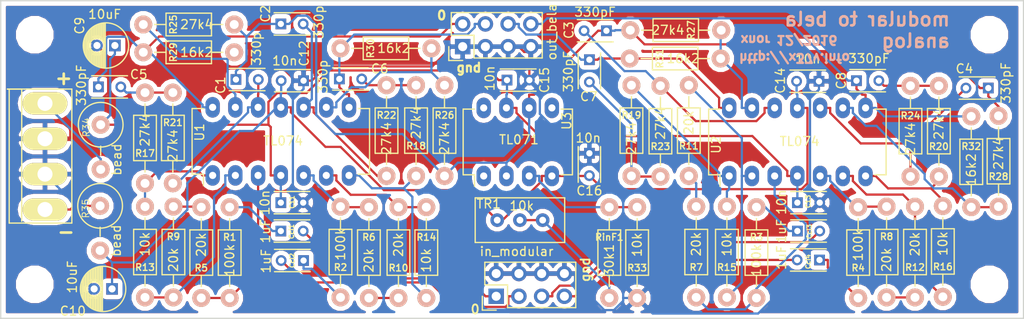
<source format=kicad_pcb>
(kicad_pcb (version 4) (host pcbnew 4.0.4+e1-6308~48~ubuntu16.04.1-stable)
  (layers (0 F.Cu signal) (31 B.Cu signal) (34 B.Paste user) (35 F.Paste user) (36 B.SilkS user) (37 F.SilkS user) (38 B.Mask user) (39 F.Mask user) (44 Edge.Cuts user))
  (net 0 "")
  (net 1 inputoffset)
  (net 2 "Net-(C1-Pad2)")
  (net 3 "Net-(C2-Pad2)")
  (net 4 "Net-(C3-Pad2)")
  (net 5 "Net-(C4-Pad2)")
  (net 6 bela_ain0)
  (net 7 "Net-(C5-Pad2)")
  (net 8 bela_ain1)
  (net 9 "Net-(C6-Pad2)")
  (net 10 bela_ain2)
  (net 11 "Net-(C7-Pad2)")
  (net 12 bela_ain3)
  (net 13 "Net-(C8-Pad2)")
  (net 14 VCC)
  (net 15 GND)
  (net 16 VSS)
  (net 17 "Net-(Cci1-Pad1)")
  (net 18 modular_ain0)
  (net 19 "Net-(Cci2-Pad1)")
  (net 20 modular_ain1)
  (net 21 "Net-(Cci3-Pad1)")
  (net 22 modular_ain2)
  (net 23 "Net-(Cci4-Pad1)")
  (net 24 modular_ain3)
  (net 25 "Net-(P1-Pad1)")
  (net 26 "Net-(P1-Pad4)")
  (net 27 "Net-(R1-Pad1)")
  (net 28 "Net-(R2-Pad1)")
  (net 29 "Net-(R3-Pad1)")
  (net 30 "Net-(R4-Pad1)")
  (net 31 "Net-(R5-Pad1)")
  (net 32 "Net-(R10-Pad1)")
  (net 33 "Net-(R11-Pad1)")
  (net 34 "Net-(R12-Pad1)")
  (net 35 "Net-(R13-Pad2)")
  (net 36 "Net-(R10-Pad2)")
  (net 37 "Net-(R11-Pad2)")
  (net 38 "Net-(R12-Pad2)")
  (net 39 "Net-(R13-Pad1)")
  (net 40 "Net-(R14-Pad1)")
  (net 41 "Net-(R15-Pad1)")
  (net 42 "Net-(R16-Pad1)")
  (net 43 "Net-(R25-Pad2)")
  (net 44 "Net-(R26-Pad2)")
  (net 45 "Net-(R27-Pad2)")
  (net 46 "Net-(R28-Pad2)")
  (net 47 "Net-(R33-Pad1)")
  (net 48 "Net-(RinF1-Pad1)")
  (module Capacitors_ThroughHole:C_Rect_L4_W2.5_P2.5 (layer F.Cu) (at 102.489 74.8665)
    (fp_text reference C1 (at -1.7145 0.635 90) (layer F.SilkS))
    (fp_text value 330p (at 2.286 -3.429 90) (layer F.SilkS))
    (pad 1 thru_hole rect (at 0 0) (size 1.2 1.2) (drill 0.7) (layers *.Cu *.Mask) (net 1 inputoffset))
    (pad 2 thru_hole circle (at 2.5 0) (size 1.2 1.2) (drill 0.7) (layers *.Cu *.Mask) (net 2 "Net-(C1-Pad2)"))
  )
  (module Capacitors_ThroughHole:C_Rect_L4_W2.5_P2.5 (layer F.Cu) (at 107.506 68.6435)
    (fp_text reference C2 (at -1.7145 -1.143 90) (layer F.SilkS))
    (fp_text value 330p (at 4.2545 -0.1905 90) (layer F.SilkS))
    (pad 1 thru_hole rect (at 0 0) (size 1.2 1.2) (drill 0.7) (layers *.Cu *.Mask) (net 1 inputoffset))
    (pad 2 thru_hole circle (at 2.5 0) (size 1.2 1.2) (drill 0.7) (layers *.Cu *.Mask) (net 3 "Net-(C2-Pad2)"))
  )
  (module Capacitors_ThroughHole:C_Rect_L4_W2.5_P2.5 (layer F.Cu) (at 143.891 69.4055 180)
    (fp_text reference C3 (at 4.191 0.0635 270) (layer F.SilkS))
    (fp_text value 330pF (at 1.27 2.0955 180) (layer F.SilkS))
    (pad 1 thru_hole rect (at 0 0 180) (size 1.2 1.2) (drill 0.7) (layers *.Cu *.Mask) (net 1 inputoffset))
    (pad 2 thru_hole circle (at 2.5 0 180) (size 1.2 1.2) (drill 0.7) (layers *.Cu *.Mask) (net 4 "Net-(C3-Pad2)"))
  )
  (module Capacitors_ThroughHole:C_Rect_L4_W2.5_P2.5 (layer F.Cu) (at 186.563 75.819 180)
    (fp_text reference C4 (at 2.667 2.159 360) (layer F.SilkS))
    (fp_text value 330pF (at -1.9685 0.5715 270) (layer F.SilkS))
    (pad 1 thru_hole rect (at 0 0 180) (size 1.2 1.2) (drill 0.7) (layers *.Cu *.Mask) (net 1 inputoffset))
    (pad 2 thru_hole circle (at 2.5 0 180) (size 1.2 1.2) (drill 0.7) (layers *.Cu *.Mask) (net 5 "Net-(C4-Pad2)"))
  )
  (module Capacitors_ThroughHole:C_Rect_L4_W2.5_P2.5 (layer F.Cu) (at 87.122 75.692)
    (fp_text reference C5 (at 4.5085 -1.397 180) (layer F.SilkS))
    (fp_text value 330pF (at -1.905 -0.1905 90) (layer F.SilkS))
    (pad 1 thru_hole rect (at 0 0) (size 1.2 1.2) (drill 0.7) (layers *.Cu *.Mask) (net 6 bela_ain0))
    (pad 2 thru_hole circle (at 2.5 0) (size 1.2 1.2) (drill 0.7) (layers *.Cu *.Mask) (net 7 "Net-(C5-Pad2)"))
  )
  (module Capacitors_ThroughHole:C_Rect_L4_W2.5_P2.5 (layer F.Cu) (at 114.046 74.803)
    (fp_text reference C6 (at 4.5085 -1.143 180) (layer F.SilkS))
    (fp_text value 330p (at -1.8415 -0.254 90) (layer F.SilkS))
    (pad 1 thru_hole rect (at 0 0) (size 1.2 1.2) (drill 0.7) (layers *.Cu *.Mask) (net 8 bela_ain1))
    (pad 2 thru_hole circle (at 2.5 0) (size 1.2 1.2) (drill 0.7) (layers *.Cu *.Mask) (net 9 "Net-(C6-Pad2)"))
  )
  (module Capacitors_ThroughHole:C_Rect_L4_W2.5_P2.5 (layer F.Cu) (at 141.986 72.644 270)
    (fp_text reference C7 (at 4.1275 0.0635 360) (layer F.SilkS))
    (fp_text value 330pF (at 1.3335 2.3495 270) (layer F.SilkS))
    (pad 1 thru_hole rect (at 0 0 270) (size 1.2 1.2) (drill 0.7) (layers *.Cu *.Mask) (net 10 bela_ain2))
    (pad 2 thru_hole circle (at 2.5 0 270) (size 1.2 1.2) (drill 0.7) (layers *.Cu *.Mask) (net 11 "Net-(C7-Pad2)"))
  )
  (module Capacitors_ThroughHole:C_Rect_L4_W2.5_P2.5 (layer F.Cu) (at 171.831 74.9935)
    (fp_text reference C8 (at -1.7145 0 90) (layer F.SilkS))
    (fp_text value 330pF (at 1.397 -2.4765) (layer F.SilkS))
    (pad 1 thru_hole rect (at 0 0) (size 1.2 1.2) (drill 0.7) (layers *.Cu *.Mask) (net 12 bela_ain3))
    (pad 2 thru_hole circle (at 2.5 0) (size 1.2 1.2) (drill 0.7) (layers *.Cu *.Mask) (net 13 "Net-(C8-Pad2)"))
  )
  (module Capacitors_ThroughHole:C_Radial_D5_L11_P2 (layer F.Cu) (at 88.9635 71.0565 180)
    (fp_text reference C9 (at 3.937 2.2225 270) (layer F.SilkS))
    (fp_text value 10uF (at 1.143 3.4925 360) (layer F.SilkS))
    (pad 1 thru_hole rect (at 0 0 180) (size 1.3 1.3) (drill 0.8) (layers *.Cu *.Mask) (net 14 VCC))
    (pad 2 thru_hole circle (at 2 0 180) (size 1.3 1.3) (drill 0.8) (layers *.Cu *.Mask) (net 15 GND))
  )
  (module Capacitors_ThroughHole:C_Radial_D5_L11_P2 (layer F.Cu) (at 88.646 98.298 180)
    (fp_text reference C10 (at 4.3815 -2.4765 360) (layer F.SilkS))
    (fp_text value 10uF (at 4.445 1.3335 270) (layer F.SilkS))
    (pad 1 thru_hole rect (at 0 0 180) (size 1.3 1.3) (drill 0.8) (layers *.Cu *.Mask) (net 16 VSS))
    (pad 2 thru_hole circle (at 2 0 180) (size 1.3 1.3) (drill 0.8) (layers *.Cu *.Mask) (net 15 GND))
  )
  (module Capacitors_ThroughHole:C_Rect_L4_W2.5_P2.5 (layer F.Cu) (at 107.506 88.646)
    (fp_text reference C11 (at 1.27 -0.0635 90) (layer F.SilkS) (effects (font (size 0.5 0.5) (thickness 0.125))))
    (fp_text value 10n (at -1.778 0 90) (layer F.SilkS))
    (pad 1 thru_hole rect (at 0 0) (size 1.2 1.2) (drill 0.7) (layers *.Cu *.Mask) (net 14 VCC))
    (pad 2 thru_hole circle (at 2.5 0) (size 1.2 1.2) (drill 0.7) (layers *.Cu *.Mask) (net 15 GND))
  )
  (module Capacitors_ThroughHole:C_Rect_L4_W2.5_P2.5 (layer F.Cu) (at 110.046 74.9935 180)
    (fp_text reference C12 (at -0.0635 3.048 270) (layer F.SilkS))
    (fp_text value 10n (at 2.0955 2.2225 180) (layer F.SilkS))
    (pad 1 thru_hole rect (at 0 0 180) (size 1.2 1.2) (drill 0.7) (layers *.Cu *.Mask) (net 15 GND))
    (pad 2 thru_hole circle (at 2.5 0 180) (size 1.2 1.2) (drill 0.7) (layers *.Cu *.Mask) (net 16 VSS))
  )
  (module Capacitors_ThroughHole:C_Rect_L4_W2.5_P2.5 (layer F.Cu) (at 165.227 88.646)
    (fp_text reference C13 (at 1.2065 -0.127 90) (layer F.SilkS) (effects (font (size 0.5 0.5) (thickness 0.125))))
    (fp_text value 10n (at -1.778 -0.0635 90) (layer F.SilkS))
    (pad 1 thru_hole rect (at 0 0) (size 1.2 1.2) (drill 0.7) (layers *.Cu *.Mask) (net 14 VCC))
    (pad 2 thru_hole circle (at 2.5 0) (size 1.2 1.2) (drill 0.7) (layers *.Cu *.Mask) (net 15 GND))
  )
  (module Capacitors_ThroughHole:C_Rect_L4_W2.5_P2.5 (layer F.Cu) (at 167.64 75.057 180)
    (fp_text reference C14 (at 4.318 0.0635 270) (layer F.SilkS))
    (fp_text value 10n (at 1.25 2.5 180) (layer F.SilkS))
    (pad 1 thru_hole rect (at 0 0 180) (size 1.2 1.2) (drill 0.7) (layers *.Cu *.Mask) (net 15 GND))
    (pad 2 thru_hole circle (at 2.5 0 180) (size 1.2 1.2) (drill 0.7) (layers *.Cu *.Mask) (net 16 VSS))
  )
  (module Capacitors_ThroughHole:C_Rect_L4_W2.5_P2.5 (layer F.Cu) (at 132.778 74.93)
    (fp_text reference C15 (at 4.191 0 90) (layer F.SilkS))
    (fp_text value 10n (at -1.9055 -0.1905 90) (layer F.SilkS))
    (pad 1 thru_hole rect (at 0 0) (size 1.2 1.2) (drill 0.7) (layers *.Cu *.Mask) (net 14 VCC))
    (pad 2 thru_hole circle (at 2.5 0) (size 1.2 1.2) (drill 0.7) (layers *.Cu *.Mask) (net 15 GND))
  )
  (module Capacitors_ThroughHole:C_Rect_L4_W2.5_P2.5 (layer F.Cu) (at 141.986 83.1215 270)
    (fp_text reference C16 (at 4.191 0 360) (layer F.SilkS))
    (fp_text value 10n (at -1.7145 0.127 360) (layer F.SilkS))
    (pad 1 thru_hole rect (at 0 0 270) (size 1.2 1.2) (drill 0.7) (layers *.Cu *.Mask) (net 15 GND))
    (pad 2 thru_hole circle (at 2.5 0 270) (size 1.2 1.2) (drill 0.7) (layers *.Cu *.Mask) (net 16 VSS))
  )
  (module Capacitors_ThroughHole:C_Rect_L4_W2.5_P2.5 (layer F.Cu) (at 107.506 91.821)
    (fp_text reference Cci1 (at 1.2065 0.0635 90) (layer F.SilkS) (effects (font (size 0.5 0.5) (thickness 0.125))))
    (fp_text value 1uF (at -1.651 3.3655 90) (layer F.SilkS))
    (pad 1 thru_hole rect (at 0 0) (size 1.2 1.2) (drill 0.7) (layers *.Cu *.Mask) (net 17 "Net-(Cci1-Pad1)"))
    (pad 2 thru_hole circle (at 2.5 0) (size 1.2 1.2) (drill 0.7) (layers *.Cu *.Mask) (net 18 modular_ain0))
  )
  (module Capacitors_ThroughHole:C_Rect_L4_W2.5_P2.5 (layer F.Cu) (at 110.046 95.123 180)
    (fp_text reference Cci2 (at 1.27 0 270) (layer F.SilkS) (effects (font (size 0.5 0.5) (thickness 0.125))))
    (fp_text value 1uF (at 4.2545 3.302 270) (layer F.SilkS))
    (pad 1 thru_hole rect (at 0 0 180) (size 1.2 1.2) (drill 0.7) (layers *.Cu *.Mask) (net 19 "Net-(Cci2-Pad1)"))
    (pad 2 thru_hole circle (at 2.5 0 180) (size 1.2 1.2) (drill 0.7) (layers *.Cu *.Mask) (net 20 modular_ain1))
  )
  (module Capacitors_ThroughHole:C_Rect_L4_W2.5_P2.5 (layer F.Cu) (at 165.227 91.821)
    (fp_text reference Cci3 (at 1.3335 0.0635 90) (layer F.SilkS) (effects (font (size 0.5 0.5) (thickness 0.125))))
    (fp_text value 1uF (at -1.778 0 90) (layer F.SilkS))
    (pad 1 thru_hole rect (at 0 0) (size 1.2 1.2) (drill 0.7) (layers *.Cu *.Mask) (net 21 "Net-(Cci3-Pad1)"))
    (pad 2 thru_hole circle (at 2.5 0) (size 1.2 1.2) (drill 0.7) (layers *.Cu *.Mask) (net 22 modular_ain2))
  )
  (module Capacitors_ThroughHole:C_Rect_L4_W2.5_P2.5 (layer F.Cu) (at 167.704 95.0595 180)
    (fp_text reference Cci4 (at 1.2705 -0.1905 270) (layer F.SilkS) (effects (font (size 0.5 0.5) (thickness 0.125))))
    (fp_text value 1uF (at 4.2545 0.254 270) (layer F.SilkS))
    (pad 1 thru_hole rect (at 0 0 180) (size 1.2 1.2) (drill 0.7) (layers *.Cu *.Mask) (net 23 "Net-(Cci4-Pad1)"))
    (pad 2 thru_hole circle (at 2.5 0 180) (size 1.2 1.2) (drill 0.7) (layers *.Cu *.Mask) (net 24 modular_ain3))
  )
  (module mta-156:MTA-156-4 (layer F.Cu) (at 81.153 77.5335)
    (fp_text reference P1 hide)
    (fp_text value MTA-156-4 hide)
    (pad 1 thru_hole oval (at 0 0) (size 5 2.5) (drill 1.68) (layers *.Cu *.Mask F.SilkS) (net 25 "Net-(P1-Pad1)"))
    (pad 2 thru_hole oval (at 0 3.96) (size 5 2.5) (drill 1.68) (layers *.Cu *.Mask F.SilkS) (net 15 GND))
    (pad 3 thru_hole oval (at 0 7.92) (size 5 2.5) (drill 1.68) (layers *.Cu *.Mask F.SilkS) (net 15 GND))
    (pad 4 thru_hole oval (at 0 11.88) (size 5 2.5) (drill 1.68) (layers *.Cu *.Mask F.SilkS) (net 26 "Net-(P1-Pad4)"))
  )
  (module Housings_DIP:DIP-14_W7.62mm_LongPads (layer F.Cu) (at 99.8855 85.598 90)
    (fp_text reference U1 (at 4.826 -1.4605 90) (layer F.SilkS))
    (fp_text value TL074 (at 3.8735 7.874 180) (layer F.SilkS))
    (pad 1 thru_hole oval (at 0 0 90) (size 2.3 1.6) (drill 0.8) (layers *.Cu *.Mask) (net 39 "Net-(R13-Pad1)"))
    (pad 2 thru_hole oval (at 0 2.54 90) (size 2.3 1.6) (drill 0.8) (layers *.Cu *.Mask) (net 35 "Net-(R13-Pad2)"))
    (pad 3 thru_hole oval (at 0 5.08 90) (size 2.3 1.6) (drill 0.8) (layers *.Cu *.Mask) (net 27 "Net-(R1-Pad1)"))
    (pad 4 thru_hole oval (at 0 7.62 90) (size 2.3 1.6) (drill 0.8) (layers *.Cu *.Mask) (net 14 VCC))
    (pad 5 thru_hole oval (at 0 10.16 90) (size 2.3 1.6) (drill 0.8) (layers *.Cu *.Mask) (net 28 "Net-(R2-Pad1)"))
    (pad 6 thru_hole oval (at 0 12.7 90) (size 2.3 1.6) (drill 0.8) (layers *.Cu *.Mask) (net 32 "Net-(R10-Pad1)"))
    (pad 7 thru_hole oval (at 0 15.24 90) (size 2.3 1.6) (drill 0.8) (layers *.Cu *.Mask) (net 40 "Net-(R14-Pad1)"))
    (pad 8 thru_hole oval (at 7.62 15.24 90) (size 2.3 1.6) (drill 0.8) (layers *.Cu *.Mask) (net 8 bela_ain1))
    (pad 9 thru_hole oval (at 7.62 12.7 90) (size 2.3 1.6) (drill 0.8) (layers *.Cu *.Mask) (net 44 "Net-(R26-Pad2)"))
    (pad 10 thru_hole oval (at 7.62 10.16 90) (size 2.3 1.6) (drill 0.8) (layers *.Cu *.Mask) (net 3 "Net-(C2-Pad2)"))
    (pad 11 thru_hole oval (at 7.62 7.62 90) (size 2.3 1.6) (drill 0.8) (layers *.Cu *.Mask) (net 16 VSS))
    (pad 12 thru_hole oval (at 7.62 5.08 90) (size 2.3 1.6) (drill 0.8) (layers *.Cu *.Mask) (net 2 "Net-(C1-Pad2)"))
    (pad 13 thru_hole oval (at 7.62 2.54 90) (size 2.3 1.6) (drill 0.8) (layers *.Cu *.Mask) (net 43 "Net-(R25-Pad2)"))
    (pad 14 thru_hole oval (at 7.62 0 90) (size 2.3 1.6) (drill 0.8) (layers *.Cu *.Mask) (net 6 bela_ain0))
  )
  (module Housings_DIP:DIP-14_W7.62mm_LongPads (layer F.Cu) (at 157.607 85.6615 90)
    (fp_text reference U2 (at 3.4925 -1.4605 90) (layer F.SilkS))
    (fp_text value TL074 (at 3.8735 7.874 180) (layer F.SilkS))
    (pad 1 thru_hole oval (at 0 0 90) (size 2.3 1.6) (drill 0.8) (layers *.Cu *.Mask) (net 41 "Net-(R15-Pad1)"))
    (pad 2 thru_hole oval (at 0 2.54 90) (size 2.3 1.6) (drill 0.8) (layers *.Cu *.Mask) (net 33 "Net-(R11-Pad1)"))
    (pad 3 thru_hole oval (at 0 5.08 90) (size 2.3 1.6) (drill 0.8) (layers *.Cu *.Mask) (net 29 "Net-(R3-Pad1)"))
    (pad 4 thru_hole oval (at 0 7.62 90) (size 2.3 1.6) (drill 0.8) (layers *.Cu *.Mask) (net 14 VCC))
    (pad 5 thru_hole oval (at 0 10.16 90) (size 2.3 1.6) (drill 0.8) (layers *.Cu *.Mask) (net 30 "Net-(R4-Pad1)"))
    (pad 6 thru_hole oval (at 0 12.7 90) (size 2.3 1.6) (drill 0.8) (layers *.Cu *.Mask) (net 34 "Net-(R12-Pad1)"))
    (pad 7 thru_hole oval (at 0 15.24 90) (size 2.3 1.6) (drill 0.8) (layers *.Cu *.Mask) (net 42 "Net-(R16-Pad1)"))
    (pad 8 thru_hole oval (at 7.62 15.24 90) (size 2.3 1.6) (drill 0.8) (layers *.Cu *.Mask) (net 12 bela_ain3))
    (pad 9 thru_hole oval (at 7.62 12.7 90) (size 2.3 1.6) (drill 0.8) (layers *.Cu *.Mask) (net 46 "Net-(R28-Pad2)"))
    (pad 10 thru_hole oval (at 7.62 10.16 90) (size 2.3 1.6) (drill 0.8) (layers *.Cu *.Mask) (net 5 "Net-(C4-Pad2)"))
    (pad 11 thru_hole oval (at 7.62 7.62 90) (size 2.3 1.6) (drill 0.8) (layers *.Cu *.Mask) (net 16 VSS))
    (pad 12 thru_hole oval (at 7.62 5.08 90) (size 2.3 1.6) (drill 0.8) (layers *.Cu *.Mask) (net 4 "Net-(C3-Pad2)"))
    (pad 13 thru_hole oval (at 7.62 2.54 90) (size 2.3 1.6) (drill 0.8) (layers *.Cu *.Mask) (net 45 "Net-(R27-Pad2)"))
    (pad 14 thru_hole oval (at 7.62 0 90) (size 2.3 1.6) (drill 0.8) (layers *.Cu *.Mask) (net 10 bela_ain2))
  )
  (module Housings_DIP:DIP-8_W7.62mm_LongPads (layer F.Cu) (at 130.175 85.6615 90)
    (fp_text reference U3 (at 6.1595 9.271 90) (layer F.SilkS))
    (fp_text value TL071 (at 4.064 3.9375 180) (layer F.SilkS))
    (pad 1 thru_hole oval (at 0 0 90) (size 2.3 1.6) (drill 0.8) (layers *.Cu *.Mask))
    (pad 2 thru_hole oval (at 0 2.54 90) (size 2.3 1.6) (drill 0.8) (layers *.Cu *.Mask) (net 1 inputoffset))
    (pad 3 thru_hole oval (at 0 5.08 90) (size 2.3 1.6) (drill 0.8) (layers *.Cu *.Mask) (net 47 "Net-(R33-Pad1)"))
    (pad 4 thru_hole oval (at 0 7.62 90) (size 2.3 1.6) (drill 0.8) (layers *.Cu *.Mask) (net 16 VSS))
    (pad 5 thru_hole oval (at 7.62 7.62 90) (size 2.3 1.6) (drill 0.8) (layers *.Cu *.Mask))
    (pad 6 thru_hole oval (at 7.62 5.08 90) (size 2.3 1.6) (drill 0.8) (layers *.Cu *.Mask) (net 1 inputoffset))
    (pad 7 thru_hole oval (at 7.62 2.54 90) (size 2.3 1.6) (drill 0.8) (layers *.Cu *.Mask) (net 14 VCC))
    (pad 8 thru_hole oval (at 7.62 0 90) (size 2.3 1.6) (drill 0.8) (layers *.Cu *.Mask))
  )
  (module Pin_Headers:Pin_Header_Straight_2x04 (layer F.Cu) (at 131.572 99.1235 90)
    (fp_text reference P2 hide)
    (fp_text value in_modular (at 5.0165 2.286 180) (layer F.SilkS))
    (pad 1 thru_hole rect (at 0 0 90) (size 1.7272 1.7272) (drill 1.016) (layers *.Cu *.Mask) (net 18 modular_ain0))
    (pad 2 thru_hole oval (at 2.54 0 90) (size 1.7272 1.7272) (drill 1.016) (layers *.Cu *.Mask) (net 15 GND))
    (pad 3 thru_hole oval (at 0 2.54 90) (size 1.7272 1.7272) (drill 1.016) (layers *.Cu *.Mask) (net 20 modular_ain1))
    (pad 4 thru_hole oval (at 2.54 2.54 90) (size 1.7272 1.7272) (drill 1.016) (layers *.Cu *.Mask) (net 15 GND))
    (pad 5 thru_hole oval (at 0 5.08 90) (size 1.7272 1.7272) (drill 1.016) (layers *.Cu *.Mask) (net 22 modular_ain2))
    (pad 6 thru_hole oval (at 2.54 5.08 90) (size 1.7272 1.7272) (drill 1.016) (layers *.Cu *.Mask) (net 15 GND))
    (pad 7 thru_hole oval (at 0 7.62 90) (size 1.7272 1.7272) (drill 1.016) (layers *.Cu *.Mask) (net 24 modular_ain3))
    (pad 8 thru_hole oval (at 2.54 7.62 90) (size 1.7272 1.7272) (drill 1.016) (layers *.Cu *.Mask) (net 15 GND))
  )
  (module Pin_Headers:Pin_Header_Straight_2x04 (layer F.Cu) (at 127.826 71.1835 90)
    (fp_text reference P3 hide)
    (fp_text value out_bela (at 1.651 9.9695 270) (layer F.SilkS))
    (pad 1 thru_hole rect (at 0 0 90) (size 1.7272 1.7272) (drill 1.016) (layers *.Cu *.Mask) (net 15 GND))
    (pad 2 thru_hole oval (at 2.54 0 90) (size 1.7272 1.7272) (drill 1.016) (layers *.Cu *.Mask) (net 6 bela_ain0))
    (pad 3 thru_hole oval (at 0 2.54 90) (size 1.7272 1.7272) (drill 1.016) (layers *.Cu *.Mask) (net 15 GND))
    (pad 4 thru_hole oval (at 2.54 2.54 90) (size 1.7272 1.7272) (drill 1.016) (layers *.Cu *.Mask) (net 8 bela_ain1))
    (pad 5 thru_hole oval (at 0 5.08 90) (size 1.7272 1.7272) (drill 1.016) (layers *.Cu *.Mask) (net 15 GND))
    (pad 6 thru_hole oval (at 2.54 5.08 90) (size 1.7272 1.7272) (drill 1.016) (layers *.Cu *.Mask) (net 10 bela_ain2))
    (pad 7 thru_hole oval (at 0 7.62 90) (size 1.7272 1.7272) (drill 1.016) (layers *.Cu *.Mask) (net 15 GND))
    (pad 8 thru_hole oval (at 2.54 7.62 90) (size 1.7272 1.7272) (drill 1.016) (layers *.Cu *.Mask) (net 12 bela_ain3))
  )
  (module Mounting_Holes:MountingHole_3.2mm_M3 (layer F.Cu) (at 186.69 69.85)
    (fp_text reference REF4 hide)
    (fp_text value MountingHole_3.2mm_M3 hide)
    (pad 1 np_thru_hole circle (at 0 0) (size 3.2 3.2) (drill 3.2) (layers *.Cu *.Mask))
  )
  (module Mounting_Holes:MountingHole_3.2mm_M3 (layer F.Cu) (at 186.69 97.79)
    (fp_text reference REF3 hide)
    (fp_text value MountingHole_3.2mm_M3 hide)
    (pad 1 np_thru_hole circle (at 0 0) (size 3.2 3.2) (drill 3.2) (layers *.Cu *.Mask))
  )
  (module Mounting_Holes:MountingHole_3.2mm_M3 (layer F.Cu) (at 80.01 69.85)
    (fp_text reference REF2 hide)
    (fp_text value MountingHole_3.2mm_M3 hide)
    (pad 1 np_thru_hole circle (at 0 0) (size 3.2 3.2) (drill 3.2) (layers *.Cu *.Mask))
  )
  (module Mounting_Holes:MountingHole_3.2mm_M3 (layer F.Cu) (at 80.01 97.79)
    (fp_text reference REF1 hide)
    (fp_text value MountingHole_3.2mm_M3 hide)
    (pad 1 np_thru_hole circle (at 0 0) (size 3.2 3.2) (drill 3.2) (layers *.Cu *.Mask))
  )
  (module trim:trimmer (layer F.Cu) (at 134.226 93.1037)
    (fp_text reference TR1 (at -3.493 -4.318) (layer F.SilkS))
    (fp_text value 10k (at 0.2 -4.1) (layer F.SilkS))
    (pad 1 thru_hole circle (at -2.54 -2.5) (size 1.524 1.524) (drill 0.762) (layers *.Cu *.Mask) (net 16 VSS))
    (pad 2 thru_hole circle (at 0 -2.5) (size 1.524 1.524) (drill 0.762) (layers *.Cu *.Mask) (net 48 "Net-(RinF1-Pad1)"))
    (pad 3 thru_hole circle (at 2.54 -2.5) (size 1.524 1.524) (drill 0.762) (layers *.Cu *.Mask) (net 48 "Net-(RinF1-Pad1)"))
  )
  (module xnorman:Resistor_Horizontal_RM10mm-xnorman (layer F.Cu) (at 101.79 99.314 90)
    (fp_text reference R1 (at 6.8 0 180) (layer F.SilkS) (effects (font (size 0.75 0.75))))
    (fp_text value 100k (at 4.2 0 90) (layer F.SilkS))
    (pad 1 thru_hole circle (at 0 0 90) (size 1.99898 1.99898) (drill 1.00076) (layers *.Cu *.SilkS *.Mask) (net 27 "Net-(R1-Pad1)"))
    (pad 2 thru_hole circle (at 10.16 0 90) (size 1.99898 1.99898) (drill 1.00076) (layers *.Cu *.SilkS *.Mask) (net 17 "Net-(Cci1-Pad1)"))
  )
  (module xnorman:Resistor_Horizontal_RM10mm-xnorman (layer F.Cu) (at 114.173 89.0905 270)
    (fp_text reference R2 (at 6.8 0 360) (layer F.SilkS) (effects (font (size 0.75 0.75))))
    (fp_text value 100k (at 4.2 0 270) (layer F.SilkS))
    (pad 1 thru_hole circle (at 0 0 270) (size 1.99898 1.99898) (drill 1.00076) (layers *.Cu *.SilkS *.Mask) (net 28 "Net-(R2-Pad1)"))
    (pad 2 thru_hole circle (at 10.16 0 270) (size 1.99898 1.99898) (drill 1.00076) (layers *.Cu *.SilkS *.Mask) (net 19 "Net-(Cci2-Pad1)"))
  )
  (module xnorman:Resistor_Horizontal_RM10mm-xnorman (layer F.Cu) (at 160.655 99.314 90)
    (fp_text reference R3 (at 6.8 0 180) (layer F.SilkS) (effects (font (size 0.75 0.75))))
    (fp_text value 100k (at 4.2 0 90) (layer F.SilkS))
    (pad 1 thru_hole circle (at 0 0 90) (size 1.99898 1.99898) (drill 1.00076) (layers *.Cu *.SilkS *.Mask) (net 29 "Net-(R3-Pad1)"))
    (pad 2 thru_hole circle (at 10.16 0 90) (size 1.99898 1.99898) (drill 1.00076) (layers *.Cu *.SilkS *.Mask) (net 21 "Net-(Cci3-Pad1)"))
  )
  (module xnorman:Resistor_Horizontal_RM10mm-xnorman (layer F.Cu) (at 172.022 89.154 270)
    (fp_text reference R4 (at 6.8 0 360) (layer F.SilkS) (effects (font (size 0.75 0.75))))
    (fp_text value 100k (at 4.2 0 270) (layer F.SilkS))
    (pad 1 thru_hole circle (at 0 0 270) (size 1.99898 1.99898) (drill 1.00076) (layers *.Cu *.SilkS *.Mask) (net 30 "Net-(R4-Pad1)"))
    (pad 2 thru_hole circle (at 10.16 0 270) (size 1.99898 1.99898) (drill 1.00076) (layers *.Cu *.SilkS *.Mask) (net 23 "Net-(Cci4-Pad1)"))
  )
  (module xnorman:Resistor_Horizontal_RM10mm-xnorman (layer F.Cu) (at 98.6155 89.154 270)
    (fp_text reference R5 (at 6.8 0 360) (layer F.SilkS) (effects (font (size 0.75 0.75))))
    (fp_text value 20k (at 4.2 0 270) (layer F.SilkS))
    (pad 1 thru_hole circle (at 0 0 270) (size 1.99898 1.99898) (drill 1.00076) (layers *.Cu *.SilkS *.Mask) (net 31 "Net-(R5-Pad1)"))
    (pad 2 thru_hole circle (at 10.16 0 270) (size 1.99898 1.99898) (drill 1.00076) (layers *.Cu *.SilkS *.Mask) (net 27 "Net-(R1-Pad1)"))
  )
  (module xnorman:Resistor_Horizontal_RM10mm-xnorman (layer F.Cu) (at 117.348 99.314 90)
    (fp_text reference R6 (at 6.8 0 180) (layer F.SilkS) (effects (font (size 0.75 0.75))))
    (fp_text value 20k (at 4.2 0 90) (layer F.SilkS))
    (pad 1 thru_hole circle (at 0 0 90) (size 1.99898 1.99898) (drill 1.00076) (layers *.Cu *.SilkS *.Mask) (net 36 "Net-(R10-Pad2)"))
    (pad 2 thru_hole circle (at 10.16 0 90) (size 1.99898 1.99898) (drill 1.00076) (layers *.Cu *.SilkS *.Mask) (net 28 "Net-(R2-Pad1)"))
  )
  (module xnorman:Resistor_Horizontal_RM10mm-xnorman (layer F.Cu) (at 153.924 89.0905 270)
    (fp_text reference R7 (at 6.8 0 360) (layer F.SilkS) (effects (font (size 0.75 0.75))))
    (fp_text value 20k (at 4.2 0 270) (layer F.SilkS))
    (pad 1 thru_hole circle (at 0 0 270) (size 1.99898 1.99898) (drill 1.00076) (layers *.Cu *.SilkS *.Mask) (net 37 "Net-(R11-Pad2)"))
    (pad 2 thru_hole circle (at 10.16 0 270) (size 1.99898 1.99898) (drill 1.00076) (layers *.Cu *.SilkS *.Mask) (net 29 "Net-(R3-Pad1)"))
  )
  (module xnorman:Resistor_Horizontal_RM10mm-xnorman (layer F.Cu) (at 175.196 99.2505 90)
    (fp_text reference R8 (at 6.8 0 180) (layer F.SilkS) (effects (font (size 0.75 0.75))))
    (fp_text value 20k (at 4.2 0 90) (layer F.SilkS))
    (pad 1 thru_hole circle (at 0 0 90) (size 1.99898 1.99898) (drill 1.00076) (layers *.Cu *.SilkS *.Mask) (net 38 "Net-(R12-Pad2)"))
    (pad 2 thru_hole circle (at 10.16 0 90) (size 1.99898 1.99898) (drill 1.00076) (layers *.Cu *.SilkS *.Mask) (net 30 "Net-(R4-Pad1)"))
  )
  (module xnorman:Resistor_Horizontal_RM10mm-xnorman (layer F.Cu) (at 95.504 99.2505 90)
    (fp_text reference R9 (at 6.8 0 180) (layer F.SilkS) (effects (font (size 0.75 0.75))))
    (fp_text value 20k (at 4.2 0 90) (layer F.SilkS))
    (pad 1 thru_hole circle (at 0 0 90) (size 1.99898 1.99898) (drill 1.00076) (layers *.Cu *.SilkS *.Mask) (net 35 "Net-(R13-Pad2)"))
    (pad 2 thru_hole circle (at 10.16 0 90) (size 1.99898 1.99898) (drill 1.00076) (layers *.Cu *.SilkS *.Mask) (net 31 "Net-(R5-Pad1)"))
  )
  (module xnorman:Resistor_Horizontal_RM10mm-xnorman (layer F.Cu) (at 120.65 89.154 270)
    (fp_text reference R10 (at 6.8 0 360) (layer F.SilkS) (effects (font (size 0.75 0.75))))
    (fp_text value 20k (at 4.2 0 270) (layer F.SilkS))
    (pad 1 thru_hole circle (at 0 0 270) (size 1.99898 1.99898) (drill 1.00076) (layers *.Cu *.SilkS *.Mask) (net 32 "Net-(R10-Pad1)"))
    (pad 2 thru_hole circle (at 10.16 0 270) (size 1.99898 1.99898) (drill 1.00076) (layers *.Cu *.SilkS *.Mask) (net 36 "Net-(R10-Pad2)"))
  )
  (module xnorman:Resistor_Horizontal_RM10mm-xnorman (layer F.Cu) (at 153.098 75.5015 270)
    (fp_text reference R11 (at 6.8 0 360) (layer F.SilkS) (effects (font (size 0.75 0.75))))
    (fp_text value 20k (at 4.2 0 270) (layer F.SilkS))
    (pad 1 thru_hole circle (at 0 0 270) (size 1.99898 1.99898) (drill 1.00076) (layers *.Cu *.SilkS *.Mask) (net 33 "Net-(R11-Pad1)"))
    (pad 2 thru_hole circle (at 10.16 0 270) (size 1.99898 1.99898) (drill 1.00076) (layers *.Cu *.SilkS *.Mask) (net 37 "Net-(R11-Pad2)"))
  )
  (module xnorman:Resistor_Horizontal_RM10mm-xnorman (layer F.Cu) (at 178.372 89.0905 270)
    (fp_text reference R12 (at 6.8 0 360) (layer F.SilkS) (effects (font (size 0.75 0.75))))
    (fp_text value 20k (at 4.2 0 270) (layer F.SilkS))
    (pad 1 thru_hole circle (at 0 0 270) (size 1.99898 1.99898) (drill 1.00076) (layers *.Cu *.SilkS *.Mask) (net 34 "Net-(R12-Pad1)"))
    (pad 2 thru_hole circle (at 10.16 0 270) (size 1.99898 1.99898) (drill 1.00076) (layers *.Cu *.SilkS *.Mask) (net 38 "Net-(R12-Pad2)"))
  )
  (module xnorman:Resistor_Horizontal_RM10mm-xnorman (layer F.Cu) (at 92.329 89.0905 270)
    (fp_text reference R13 (at 6.8 0 360) (layer F.SilkS) (effects (font (size 0.75 0.75))))
    (fp_text value 10k (at 4.2 0 270) (layer F.SilkS))
    (pad 1 thru_hole circle (at 0 0 270) (size 1.99898 1.99898) (drill 1.00076) (layers *.Cu *.SilkS *.Mask) (net 39 "Net-(R13-Pad1)"))
    (pad 2 thru_hole circle (at 10.16 0 270) (size 1.99898 1.99898) (drill 1.00076) (layers *.Cu *.SilkS *.Mask) (net 35 "Net-(R13-Pad2)"))
  )
  (module xnorman:Resistor_Horizontal_RM10mm-xnorman (layer F.Cu) (at 123.762 99.314 90)
    (fp_text reference R14 (at 6.8 0 180) (layer F.SilkS) (effects (font (size 0.75 0.75))))
    (fp_text value 10k (at 4.2 0 90) (layer F.SilkS))
    (pad 1 thru_hole circle (at 0 0 90) (size 1.99898 1.99898) (drill 1.00076) (layers *.Cu *.SilkS *.Mask) (net 40 "Net-(R14-Pad1)"))
    (pad 2 thru_hole circle (at 10.16 0 90) (size 1.99898 1.99898) (drill 1.00076) (layers *.Cu *.SilkS *.Mask) (net 32 "Net-(R10-Pad1)"))
  )
  (module xnorman:Resistor_Horizontal_RM10mm-xnorman (layer F.Cu) (at 157.353 89.0905 270)
    (fp_text reference R15 (at 6.8 0 360) (layer F.SilkS) (effects (font (size 0.75 0.75))))
    (fp_text value 10k (at 4.2 0 270) (layer F.SilkS))
    (pad 1 thru_hole circle (at 0 0 270) (size 1.99898 1.99898) (drill 1.00076) (layers *.Cu *.SilkS *.Mask) (net 41 "Net-(R15-Pad1)"))
    (pad 2 thru_hole circle (at 10.16 0 270) (size 1.99898 1.99898) (drill 1.00076) (layers *.Cu *.SilkS *.Mask) (net 33 "Net-(R11-Pad1)"))
  )
  (module xnorman:Resistor_Horizontal_RM10mm-xnorman (layer F.Cu) (at 181.483 89.027 270)
    (fp_text reference R16 (at 6.8 0 360) (layer F.SilkS) (effects (font (size 0.75 0.75))))
    (fp_text value 10k (at 4.2 0 270) (layer F.SilkS))
    (pad 1 thru_hole circle (at 0 0 270) (size 1.99898 1.99898) (drill 1.00076) (layers *.Cu *.SilkS *.Mask) (net 42 "Net-(R16-Pad1)"))
    (pad 2 thru_hole circle (at 10.16 0 270) (size 1.99898 1.99898) (drill 1.00076) (layers *.Cu *.SilkS *.Mask) (net 34 "Net-(R12-Pad1)"))
  )
  (module xnorman:Resistor_Horizontal_RM10mm-xnorman (layer F.Cu) (at 92.329 76.327 270)
    (fp_text reference R17 (at 6.8 0 360) (layer F.SilkS) (effects (font (size 0.75 0.75))))
    (fp_text value 27k4 (at 4.2 0 270) (layer F.SilkS))
    (pad 1 thru_hole circle (at 0 0 270) (size 1.99898 1.99898) (drill 1.00076) (layers *.Cu *.SilkS *.Mask) (net 7 "Net-(C5-Pad2)"))
    (pad 2 thru_hole circle (at 10.16 0 270) (size 1.99898 1.99898) (drill 1.00076) (layers *.Cu *.SilkS *.Mask) (net 39 "Net-(R13-Pad1)"))
  )
  (module xnorman:Resistor_Horizontal_RM10mm-xnorman (layer F.Cu) (at 122.618 75.5015 270)
    (fp_text reference R18 (at 6.8 0 360) (layer F.SilkS) (effects (font (size 0.75 0.75))))
    (fp_text value 27k4 (at 4.2 0 270) (layer F.SilkS))
    (pad 1 thru_hole circle (at 0 0 270) (size 1.99898 1.99898) (drill 1.00076) (layers *.Cu *.SilkS *.Mask) (net 9 "Net-(C6-Pad2)"))
    (pad 2 thru_hole circle (at 10.16 0 270) (size 1.99898 1.99898) (drill 1.00076) (layers *.Cu *.SilkS *.Mask) (net 40 "Net-(R14-Pad1)"))
  )
  (module xnorman:Resistor_Horizontal_RM10mm-xnorman (layer F.Cu) (at 146.685 85.6615 90)
    (fp_text reference R19 (at 6.8 0 180) (layer F.SilkS) (effects (font (size 0.75 0.75))))
    (fp_text value 27k4 (at 4.2 0 90) (layer F.SilkS))
    (pad 1 thru_hole circle (at 0 0 90) (size 1.99898 1.99898) (drill 1.00076) (layers *.Cu *.SilkS *.Mask) (net 11 "Net-(C7-Pad2)"))
    (pad 2 thru_hole circle (at 10.16 0 90) (size 1.99898 1.99898) (drill 1.00076) (layers *.Cu *.SilkS *.Mask) (net 41 "Net-(R15-Pad1)"))
  )
  (module xnorman:Resistor_Horizontal_RM10mm-xnorman (layer F.Cu) (at 181.038 75.565 270)
    (fp_text reference R20 (at 6.8 0 360) (layer F.SilkS) (effects (font (size 0.75 0.75))))
    (fp_text value 27k4 (at 4.2 0 270) (layer F.SilkS))
    (pad 1 thru_hole circle (at 0 0 270) (size 1.99898 1.99898) (drill 1.00076) (layers *.Cu *.SilkS *.Mask) (net 13 "Net-(C8-Pad2)"))
    (pad 2 thru_hole circle (at 10.16 0 270) (size 1.99898 1.99898) (drill 1.00076) (layers *.Cu *.SilkS *.Mask) (net 42 "Net-(R16-Pad1)"))
  )
  (module xnorman:Resistor_Horizontal_RM10mm-xnorman (layer F.Cu) (at 95.4405 86.487 90)
    (fp_text reference R21 (at 6.8 0 180) (layer F.SilkS) (effects (font (size 0.75 0.75))))
    (fp_text value 27k4 (at 4.2 0 90) (layer F.SilkS))
    (pad 1 thru_hole circle (at 0 0 90) (size 1.99898 1.99898) (drill 1.00076) (layers *.Cu *.SilkS *.Mask) (net 2 "Net-(C1-Pad2)"))
    (pad 2 thru_hole circle (at 10.16 0 90) (size 1.99898 1.99898) (drill 1.00076) (layers *.Cu *.SilkS *.Mask) (net 7 "Net-(C5-Pad2)"))
  )
  (module xnorman:Resistor_Horizontal_RM10mm-xnorman (layer F.Cu) (at 119.316 85.6615 90)
    (fp_text reference R22 (at 6.8 0 180) (layer F.SilkS) (effects (font (size 0.75 0.75))))
    (fp_text value 27k4 (at 4.2 0 90) (layer F.SilkS))
    (pad 1 thru_hole circle (at 0 0 90) (size 1.99898 1.99898) (drill 1.00076) (layers *.Cu *.SilkS *.Mask) (net 3 "Net-(C2-Pad2)"))
    (pad 2 thru_hole circle (at 10.16 0 90) (size 1.99898 1.99898) (drill 1.00076) (layers *.Cu *.SilkS *.Mask) (net 9 "Net-(C6-Pad2)"))
  )
  (module xnorman:Resistor_Horizontal_RM10mm-xnorman (layer F.Cu) (at 149.924 75.565 270)
    (fp_text reference R23 (at 6.8 0 360) (layer F.SilkS) (effects (font (size 0.75 0.75))))
    (fp_text value 27k4 (at 4.2 0 270) (layer F.SilkS))
    (pad 1 thru_hole circle (at 0 0 270) (size 1.99898 1.99898) (drill 1.00076) (layers *.Cu *.SilkS *.Mask) (net 4 "Net-(C3-Pad2)"))
    (pad 2 thru_hole circle (at 10.16 0 270) (size 1.99898 1.99898) (drill 1.00076) (layers *.Cu *.SilkS *.Mask) (net 11 "Net-(C7-Pad2)"))
  )
  (module xnorman:Resistor_Horizontal_RM10mm-xnorman (layer F.Cu) (at 177.864 85.725 90)
    (fp_text reference R24 (at 6.8 0 180) (layer F.SilkS) (effects (font (size 0.75 0.75))))
    (fp_text value 27k4 (at 4.2 0 90) (layer F.SilkS))
    (pad 1 thru_hole circle (at 0 0 90) (size 1.99898 1.99898) (drill 1.00076) (layers *.Cu *.SilkS *.Mask) (net 5 "Net-(C4-Pad2)"))
    (pad 2 thru_hole circle (at 10.16 0 90) (size 1.99898 1.99898) (drill 1.00076) (layers *.Cu *.SilkS *.Mask) (net 13 "Net-(C8-Pad2)"))
  )
  (module xnorman:Resistor_Horizontal_RM10mm-xnorman (layer F.Cu) (at 102.298 68.707 180)
    (fp_text reference R25 (at 6.8 0 270) (layer F.SilkS) (effects (font (size 0.75 0.75))))
    (fp_text value 27k4 (at 4.2 0 180) (layer F.SilkS))
    (pad 1 thru_hole circle (at 0 0 180) (size 1.99898 1.99898) (drill 1.00076) (layers *.Cu *.SilkS *.Mask) (net 1 inputoffset))
    (pad 2 thru_hole circle (at 10.16 0 180) (size 1.99898 1.99898) (drill 1.00076) (layers *.Cu *.SilkS *.Mask) (net 43 "Net-(R25-Pad2)"))
  )
  (module xnorman:Resistor_Horizontal_RM10mm-xnorman (layer F.Cu) (at 125.794 85.6615 90)
    (fp_text reference R26 (at 6.8 0 180) (layer F.SilkS) (effects (font (size 0.75 0.75))))
    (fp_text value 27k4 (at 4.2 0 90) (layer F.SilkS))
    (pad 1 thru_hole circle (at 0 0 90) (size 1.99898 1.99898) (drill 1.00076) (layers *.Cu *.SilkS *.Mask) (net 1 inputoffset))
    (pad 2 thru_hole circle (at 10.16 0 90) (size 1.99898 1.99898) (drill 1.00076) (layers *.Cu *.SilkS *.Mask) (net 44 "Net-(R26-Pad2)"))
  )
  (module xnorman:Resistor_Horizontal_RM10mm-xnorman (layer F.Cu) (at 146.558 69.342)
    (fp_text reference R27 (at 6.8 0 90) (layer F.SilkS) (effects (font (size 0.75 0.75))))
    (fp_text value 27k4 (at 4.2 0) (layer F.SilkS))
    (pad 1 thru_hole circle (at 0 0) (size 1.99898 1.99898) (drill 1.00076) (layers *.Cu *.SilkS *.Mask) (net 1 inputoffset))
    (pad 2 thru_hole circle (at 10.16 0) (size 1.99898 1.99898) (drill 1.00076) (layers *.Cu *.SilkS *.Mask) (net 45 "Net-(R27-Pad2)"))
  )
  (module xnorman:Resistor_Horizontal_RM10mm-xnorman (layer F.Cu) (at 187.706 78.9305 270)
    (fp_text reference R28 (at 6.8 0 360) (layer F.SilkS) (effects (font (size 0.75 0.75))))
    (fp_text value 27k4 (at 4.2 0 270) (layer F.SilkS))
    (pad 1 thru_hole circle (at 0 0 270) (size 1.99898 1.99898) (drill 1.00076) (layers *.Cu *.SilkS *.Mask) (net 1 inputoffset))
    (pad 2 thru_hole circle (at 10.16 0 270) (size 1.99898 1.99898) (drill 1.00076) (layers *.Cu *.SilkS *.Mask) (net 46 "Net-(R28-Pad2)"))
  )
  (module xnorman:Resistor_Horizontal_RM10mm-xnorman (layer F.Cu) (at 102.298 71.8185 180)
    (fp_text reference R29 (at 6.8 0 270) (layer F.SilkS) (effects (font (size 0.75 0.75))))
    (fp_text value 16k2 (at 4.2 0 180) (layer F.SilkS))
    (pad 1 thru_hole circle (at 0 0 180) (size 1.99898 1.99898) (drill 1.00076) (layers *.Cu *.SilkS *.Mask) (net 43 "Net-(R25-Pad2)"))
    (pad 2 thru_hole circle (at 10.16 0 180) (size 1.99898 1.99898) (drill 1.00076) (layers *.Cu *.SilkS *.Mask) (net 6 bela_ain0))
  )
  (module xnorman:Resistor_Horizontal_RM10mm-xnorman (layer F.Cu) (at 124.333 71.374 180)
    (fp_text reference R30 (at 6.8 0 270) (layer F.SilkS) (effects (font (size 0.75 0.75))))
    (fp_text value 16k2 (at 4.2 0 180) (layer F.SilkS))
    (pad 1 thru_hole circle (at 0 0 180) (size 1.99898 1.99898) (drill 1.00076) (layers *.Cu *.SilkS *.Mask) (net 44 "Net-(R26-Pad2)"))
    (pad 2 thru_hole circle (at 10.16 0 180) (size 1.99898 1.99898) (drill 1.00076) (layers *.Cu *.SilkS *.Mask) (net 8 bela_ain1))
  )
  (module xnorman:Resistor_Horizontal_RM10mm-xnorman (layer F.Cu) (at 156.654 72.517 180)
    (fp_text reference R31 (at 6.8 0 270) (layer F.SilkS) (effects (font (size 0.75 0.75))))
    (fp_text value 16k2 (at 4.2 0 180) (layer F.SilkS))
    (pad 1 thru_hole circle (at 0 0 180) (size 1.99898 1.99898) (drill 1.00076) (layers *.Cu *.SilkS *.Mask) (net 45 "Net-(R27-Pad2)"))
    (pad 2 thru_hole circle (at 10.16 0 180) (size 1.99898 1.99898) (drill 1.00076) (layers *.Cu *.SilkS *.Mask) (net 10 bela_ain2))
  )
  (module xnorman:Resistor_Horizontal_RM10mm-xnorman (layer F.Cu) (at 184.658 89.154 90)
    (fp_text reference R32 (at 6.8 0 180) (layer F.SilkS) (effects (font (size 0.75 0.75))))
    (fp_text value 16k2 (at 4.2 0 90) (layer F.SilkS))
    (pad 1 thru_hole circle (at 0 0 90) (size 1.99898 1.99898) (drill 1.00076) (layers *.Cu *.SilkS *.Mask) (net 46 "Net-(R28-Pad2)"))
    (pad 2 thru_hole circle (at 10.16 0 90) (size 1.99898 1.99898) (drill 1.00076) (layers *.Cu *.SilkS *.Mask) (net 12 bela_ain3))
  )
  (module xnorman:Resistor_Horizontal_RM10mm-xnorman (layer F.Cu) (at 147.32 89.154 270)
    (fp_text reference R33 (at 6.8 0 360) (layer F.SilkS) (effects (font (size 0.75 0.75))))
    (fp_text value 10k (at 4.2 0 270) (layer F.SilkS))
    (pad 1 thru_hole circle (at 0 0 270) (size 1.99898 1.99898) (drill 1.00076) (layers *.Cu *.SilkS *.Mask) (net 47 "Net-(R33-Pad1)"))
    (pad 2 thru_hole circle (at 10.16 0 270) (size 1.99898 1.99898) (drill 1.00076) (layers *.Cu *.SilkS *.Mask) (net 15 GND))
  )
  (module xnorman:Resistor_Vertical_RM5mm-xnor (layer F.Cu) (at 87.376 82.423 270)
    (fp_text reference R34 (at -2.2 1.6 270) (layer F.SilkS) (effects (font (size 0.75 0.75) (thickness 0.1))))
    (fp_text value bead (at 1.4 -1.8 270) (layer F.SilkS))
    (pad 1 thru_hole circle (at -2.49936 0 270) (size 1.99898 1.99898) (drill 1.00076) (layers *.Cu *.SilkS *.Mask) (net 14 VCC))
    (pad 2 thru_hole circle (at 2.5019 0 270) (size 1.99898 1.99898) (drill 1.00076) (layers *.Cu *.SilkS *.Mask) (net 25 "Net-(P1-Pad1)"))
  )
  (module xnorman:Resistor_Vertical_RM5mm-xnor (layer F.Cu) (at 87.3125 91.5035 270)
    (fp_text reference R35 (at -2.2 1.6 270) (layer F.SilkS) (effects (font (size 0.75 0.75) (thickness 0.1))))
    (fp_text value bead (at 1.4 -1.8 270) (layer F.SilkS))
    (pad 1 thru_hole circle (at -2.49936 0 270) (size 1.99898 1.99898) (drill 1.00076) (layers *.Cu *.SilkS *.Mask) (net 26 "Net-(P1-Pad4)"))
    (pad 2 thru_hole circle (at 2.5019 0 270) (size 1.99898 1.99898) (drill 1.00076) (layers *.Cu *.SilkS *.Mask) (net 16 VSS))
  )
  (module xnorman:Resistor_Horizontal_RM10mm-xnorman (layer F.Cu) (at 144.208 99.314 90)
    (fp_text reference RinF1 (at 6.8 0 180) (layer F.SilkS) (effects (font (size 0.75 0.75))))
    (fp_text value 30k1 (at 4.2 0 90) (layer F.SilkS))
    (pad 1 thru_hole circle (at 0 0 90) (size 1.99898 1.99898) (drill 1.00076) (layers *.Cu *.SilkS *.Mask) (net 48 "Net-(RinF1-Pad1)"))
    (pad 2 thru_hole circle (at 10.16 0 90) (size 1.99898 1.99898) (drill 1.00076) (layers *.Cu *.SilkS *.Mask) (net 47 "Net-(R33-Pad1)"))
  )
  (gr_text 0 (at 129.2225 100.584) (layer F.SilkS) (effects (font (size 1 1) (thickness 0.2))))
  (gr_text gnd (at 141.5415 96.139 90) (layer F.SilkS) (effects (font (size 1 1) (thickness 0.2))))
  (gr_text 0 (at 125.476 67.691) (layer F.SilkS) (effects (font (size 1 1) (thickness 0.25))))
  (gr_text gnd (at 128.524 73.533) (layer F.SilkS) (effects (font (size 1 1) (thickness 0.25))))
  (gr_text - (at 83.5025 91.8845) (layer F.SilkS) (effects (font (size 1.5 1.5) (thickness 0.3))))
  (gr_text + (at 83.2485 74.676) (layer F.SilkS) (effects (font (size 1.5 1.5) (thickness 0.3))))
  (gr_text http://x37v.info (at 164.9095 72.4535 180) (layer B.SilkS) (effects (font (size 1 1) (thickness 0.25)) (justify mirror)))
  (gr_text "xnor 12/2016" (at 164.2999 70.4469 180) (layer B.SilkS) (effects (font (size 1 1) (thickness 0.25)) (justify mirror)))
  (gr_text "modular to bela\nanalog" (at 182.4355 69.3293) (layer B.SilkS) (effects (font (size 1.5 1.5) (thickness 0.3)) (justify left mirror)))
  (gr_line (start 76.2 66.04) (end 190.5 66.04) (angle 90) (layer Edge.Cuts) (width 0.15))
  (gr_line (start 190.5 66.04) (end 190.5 101.6) (angle 90) (layer Edge.Cuts) (width 0.15))
  (gr_line (start 190.5 101.6) (end 76.2 101.6) (angle 90) (layer Edge.Cuts) (width 0.15))
  (gr_line (start 76.2 66.04) (end 76.2 101.6) (angle 90) (layer Edge.Cuts) (width 0.15))
  (segment (start 102.489 74.8665) (end 102.489 73.9412) (width 0.25) (layer B.Cu) (net 1))
  (segment (start 105.1053 68.6435) (end 103.6699 70.0789) (width 0.25) (layer B.Cu) (net 1))
  (segment (start 107.506 68.6435) (end 105.1053 68.6435) (width 0.25) (layer B.Cu) (net 1))
  (segment (start 102.298 68.707) (end 103.6699 70.0789) (width 0.25) (layer B.Cu) (net 1))
  (segment (start 103.6699 72.7603) (end 102.489 73.9412) (width 0.25) (layer B.Cu) (net 1))
  (segment (start 103.6699 70.0789) (end 103.6699 72.7603) (width 0.25) (layer B.Cu) (net 1))
  (segment (start 132.715 84.1712) (end 132.715 85.6615) (width 0.25) (layer B.Cu) (net 1))
  (segment (start 135.255 81.6312) (end 135.255 78.0415) (width 0.25) (layer B.Cu) (net 1))
  (segment (start 132.715 84.1712) (end 135.255 81.6312) (width 0.25) (layer B.Cu) (net 1))
  (segment (start 127.2843 84.1712) (end 132.715 84.1712) (width 0.25) (layer B.Cu) (net 1))
  (segment (start 125.794 85.6615) (end 127.2843 84.1712) (width 0.25) (layer B.Cu) (net 1))
  (segment (start 107.506 68.6435) (end 108.4313 68.6435) (width 0.25) (layer B.Cu) (net 1))
  (segment (start 109.3566 67.7182) (end 108.4313 68.6435) (width 0.25) (layer B.Cu) (net 1))
  (segment (start 110.4236 67.7182) (end 109.3566 67.7182) (width 0.25) (layer B.Cu) (net 1))
  (segment (start 111.4602 68.7548) (end 110.4236 67.7182) (width 0.25) (layer B.Cu) (net 1))
  (segment (start 111.4602 78.8292) (end 111.4602 68.7548) (width 0.25) (layer B.Cu) (net 1))
  (segment (start 113.599 80.968) (end 111.4602 78.8292) (width 0.25) (layer B.Cu) (net 1))
  (segment (start 121.1005 80.968) (end 113.599 80.968) (width 0.25) (layer B.Cu) (net 1))
  (segment (start 125.794 85.6615) (end 121.1005 80.968) (width 0.25) (layer B.Cu) (net 1))
  (segment (start 148.1455 70.9295) (end 146.558 69.342) (width 0.25) (layer F.Cu) (net 1))
  (segment (start 180.7482 70.9295) (end 148.1455 70.9295) (width 0.25) (layer F.Cu) (net 1))
  (segment (start 185.6377 75.819) (end 180.7482 70.9295) (width 0.25) (layer F.Cu) (net 1))
  (segment (start 186.563 75.819) (end 185.6377 75.819) (width 0.25) (layer F.Cu) (net 1))
  (segment (start 144.8798 69.342) (end 144.8163 69.4055) (width 0.25) (layer B.Cu) (net 1))
  (segment (start 146.558 69.342) (end 144.8798 69.342) (width 0.25) (layer B.Cu) (net 1))
  (segment (start 143.891 69.4055) (end 144.8163 69.4055) (width 0.25) (layer B.Cu) (net 1))
  (segment (start 187.706 77.8873) (end 186.563 76.7443) (width 0.25) (layer F.Cu) (net 1))
  (segment (start 187.706 78.9305) (end 187.706 77.8873) (width 0.25) (layer F.Cu) (net 1))
  (segment (start 186.563 75.819) (end 186.563 76.7443) (width 0.25) (layer F.Cu) (net 1))
  (segment (start 135.805 76.5662) (end 135.255 76.5662) (width 0.25) (layer F.Cu) (net 1))
  (segment (start 142.9657 69.4055) (end 135.805 76.5662) (width 0.25) (layer F.Cu) (net 1))
  (segment (start 143.891 69.4055) (end 142.9657 69.4055) (width 0.25) (layer F.Cu) (net 1))
  (segment (start 135.255 78.0415) (end 135.255 76.5662) (width 0.25) (layer F.Cu) (net 1))
  (segment (start 103.8402 78.5457) (end 103.8402 77.978) (width 0.25) (layer B.Cu) (net 2))
  (segment (start 95.8989 86.487) (end 103.8402 78.5457) (width 0.25) (layer B.Cu) (net 2))
  (segment (start 95.4405 86.487) (end 95.8989 86.487) (width 0.25) (layer B.Cu) (net 2))
  (segment (start 104.9655 77.978) (end 103.8402 77.978) (width 0.25) (layer B.Cu) (net 2))
  (segment (start 104.989 76.4792) (end 104.989 74.8665) (width 0.25) (layer F.Cu) (net 2))
  (segment (start 104.9655 76.5027) (end 104.989 76.4792) (width 0.25) (layer F.Cu) (net 2))
  (segment (start 104.9655 77.978) (end 104.9655 76.5027) (width 0.25) (layer F.Cu) (net 2))
  (segment (start 111.1708 78.5407) (end 111.1708 77.978) (width 0.25) (layer F.Cu) (net 3))
  (segment (start 118.2916 85.6615) (end 111.1708 78.5407) (width 0.25) (layer F.Cu) (net 3))
  (segment (start 119.316 85.6615) (end 118.2916 85.6615) (width 0.25) (layer F.Cu) (net 3))
  (segment (start 110.0455 77.978) (end 111.1708 77.978) (width 0.25) (layer F.Cu) (net 3))
  (segment (start 110.9714 69.6089) (end 110.006 68.6435) (width 0.25) (layer B.Cu) (net 3))
  (segment (start 110.9714 77.0521) (end 110.9714 69.6089) (width 0.25) (layer B.Cu) (net 3))
  (segment (start 110.0455 77.978) (end 110.9714 77.0521) (width 0.25) (layer B.Cu) (net 3))
  (segment (start 161.5617 78.6041) (end 161.5617 78.0415) (width 0.25) (layer F.Cu) (net 4))
  (segment (start 160.6489 79.5169) (end 161.5617 78.6041) (width 0.25) (layer F.Cu) (net 4))
  (segment (start 153.8759 79.5169) (end 160.6489 79.5169) (width 0.25) (layer F.Cu) (net 4))
  (segment (start 149.924 75.565) (end 153.8759 79.5169) (width 0.25) (layer F.Cu) (net 4))
  (segment (start 162.687 78.0415) (end 161.5617 78.0415) (width 0.25) (layer F.Cu) (net 4))
  (segment (start 145.9076 73.9221) (end 141.391 69.4055) (width 0.25) (layer B.Cu) (net 4))
  (segment (start 148.2811 73.9221) (end 145.9076 73.9221) (width 0.25) (layer B.Cu) (net 4))
  (segment (start 149.924 75.565) (end 148.2811 73.9221) (width 0.25) (layer B.Cu) (net 4))
  (segment (start 167.767 78.0415) (end 168.8923 78.0415) (width 0.25) (layer F.Cu) (net 5))
  (segment (start 168.8923 78.6041) (end 168.8923 78.0415) (width 0.25) (layer F.Cu) (net 5))
  (segment (start 172.3062 82.018) (end 168.8923 78.6041) (width 0.25) (layer F.Cu) (net 5))
  (segment (start 177.864 82.018) (end 172.3062 82.018) (width 0.25) (layer F.Cu) (net 5))
  (segment (start 177.864 85.725) (end 177.864 82.018) (width 0.25) (layer F.Cu) (net 5))
  (segment (start 177.864 82.018) (end 184.063 75.819) (width 0.25) (layer F.Cu) (net 5))
  (segment (start 99.8855 77.978) (end 98.7602 77.978) (width 0.25) (layer B.Cu) (net 6))
  (segment (start 87.122 75.692) (end 87.122 74.7667) (width 0.25) (layer B.Cu) (net 6))
  (segment (start 98.7602 77.6967) (end 98.7602 77.978) (width 0.25) (layer B.Cu) (net 6))
  (segment (start 92.882 71.8185) (end 98.7602 77.6967) (width 0.25) (layer B.Cu) (net 6))
  (segment (start 92.138 71.8185) (end 92.882 71.8185) (width 0.25) (layer B.Cu) (net 6))
  (segment (start 87.9881 73.9006) (end 87.122 74.7667) (width 0.25) (layer B.Cu) (net 6))
  (segment (start 87.9881 70.2665) (end 87.9881 73.9006) (width 0.25) (layer B.Cu) (net 6))
  (segment (start 88.1735 70.0811) (end 87.9881 70.2665) (width 0.25) (layer B.Cu) (net 6))
  (segment (start 90.4006 70.0811) (end 88.1735 70.0811) (width 0.25) (layer B.Cu) (net 6))
  (segment (start 92.138 71.8185) (end 90.4006 70.0811) (width 0.25) (layer B.Cu) (net 6))
  (segment (start 125.2315 70.0491) (end 126.6371 68.6435) (width 0.25) (layer F.Cu) (net 6))
  (segment (start 93.9074 70.0491) (end 125.2315 70.0491) (width 0.25) (layer F.Cu) (net 6))
  (segment (start 92.138 71.8185) (end 93.9074 70.0491) (width 0.25) (layer F.Cu) (net 6))
  (segment (start 127.826 68.6435) (end 126.6371 68.6435) (width 0.25) (layer F.Cu) (net 6))
  (segment (start 95.4405 76.327) (end 92.329 76.327) (width 0.25) (layer F.Cu) (net 7))
  (segment (start 90.257 76.327) (end 89.622 75.692) (width 0.25) (layer B.Cu) (net 7))
  (segment (start 92.329 76.327) (end 90.257 76.327) (width 0.25) (layer B.Cu) (net 7))
  (segment (start 130.366 68.6435) (end 129.1771 68.6435) (width 0.25) (layer B.Cu) (net 8))
  (segment (start 114.8204 76.5027) (end 114.046 75.7283) (width 0.25) (layer F.Cu) (net 8))
  (segment (start 115.1255 76.5027) (end 114.8204 76.5027) (width 0.25) (layer F.Cu) (net 8))
  (segment (start 114.046 74.803) (end 114.046 75.7283) (width 0.25) (layer F.Cu) (net 8))
  (segment (start 115.1255 77.978) (end 115.1255 76.5027) (width 0.25) (layer F.Cu) (net 8))
  (segment (start 115.7146 69.8324) (end 114.173 71.374) (width 0.25) (layer B.Cu) (net 8))
  (segment (start 128.3598 69.8324) (end 115.7146 69.8324) (width 0.25) (layer B.Cu) (net 8))
  (segment (start 129.1771 69.0151) (end 128.3598 69.8324) (width 0.25) (layer B.Cu) (net 8))
  (segment (start 129.1771 68.6435) (end 129.1771 69.0151) (width 0.25) (layer B.Cu) (net 8))
  (segment (start 114.046 71.501) (end 114.046 74.803) (width 0.25) (layer B.Cu) (net 8))
  (segment (start 114.173 71.374) (end 114.046 71.501) (width 0.25) (layer B.Cu) (net 8))
  (segment (start 117.2445 75.5015) (end 119.316 75.5015) (width 0.25) (layer F.Cu) (net 9))
  (segment (start 116.546 74.803) (end 117.2445 75.5015) (width 0.25) (layer F.Cu) (net 9))
  (segment (start 119.316 75.5015) (end 122.618 75.5015) (width 0.25) (layer F.Cu) (net 9))
  (segment (start 141.986 72.644) (end 142.9113 72.644) (width 0.25) (layer F.Cu) (net 10))
  (segment (start 143.0383 72.517) (end 146.494 72.517) (width 0.25) (layer F.Cu) (net 10))
  (segment (start 142.9113 72.644) (end 143.0383 72.517) (width 0.25) (layer F.Cu) (net 10))
  (segment (start 156.4817 76.9162) (end 156.4817 78.0415) (width 0.25) (layer F.Cu) (net 10))
  (segment (start 152.0825 72.517) (end 156.4817 76.9162) (width 0.25) (layer F.Cu) (net 10))
  (segment (start 146.494 72.517) (end 152.0825 72.517) (width 0.25) (layer F.Cu) (net 10))
  (segment (start 157.607 78.0415) (end 156.4817 78.0415) (width 0.25) (layer F.Cu) (net 10))
  (segment (start 134.0949 69.0151) (end 134.0949 68.6435) (width 0.25) (layer B.Cu) (net 10))
  (segment (start 134.9122 69.8324) (end 134.0949 69.0151) (width 0.25) (layer B.Cu) (net 10))
  (segment (start 138.2491 69.8324) (end 134.9122 69.8324) (width 0.25) (layer B.Cu) (net 10))
  (segment (start 141.0607 72.644) (end 138.2491 69.8324) (width 0.25) (layer B.Cu) (net 10))
  (segment (start 141.986 72.644) (end 141.0607 72.644) (width 0.25) (layer B.Cu) (net 10))
  (segment (start 132.906 68.6435) (end 134.0949 68.6435) (width 0.25) (layer B.Cu) (net 10))
  (segment (start 146.7485 85.725) (end 146.685 85.6615) (width 0.25) (layer F.Cu) (net 11))
  (segment (start 149.924 85.725) (end 146.7485 85.725) (width 0.25) (layer F.Cu) (net 11))
  (segment (start 146.685 79.843) (end 141.986 75.144) (width 0.25) (layer B.Cu) (net 11))
  (segment (start 146.685 85.6615) (end 146.685 79.843) (width 0.25) (layer B.Cu) (net 11))
  (segment (start 172.4784 76.5662) (end 171.831 75.9188) (width 0.25) (layer F.Cu) (net 12))
  (segment (start 172.847 76.5662) (end 172.4784 76.5662) (width 0.25) (layer F.Cu) (net 12))
  (segment (start 171.831 74.9935) (end 171.831 75.9188) (width 0.25) (layer F.Cu) (net 12))
  (segment (start 172.847 78.0415) (end 172.847 76.5662) (width 0.25) (layer F.Cu) (net 12))
  (segment (start 174.9248 78.994) (end 173.9723 78.0415) (width 0.25) (layer B.Cu) (net 12))
  (segment (start 184.658 78.994) (end 174.9248 78.994) (width 0.25) (layer B.Cu) (net 12))
  (segment (start 172.847 78.0415) (end 173.9723 78.0415) (width 0.25) (layer B.Cu) (net 12))
  (segment (start 137.2665 68.0119) (end 136.6349 68.6435) (width 0.25) (layer B.Cu) (net 12))
  (segment (start 163.9241 68.0119) (end 137.2665 68.0119) (width 0.25) (layer B.Cu) (net 12))
  (segment (start 170.9057 74.9935) (end 163.9241 68.0119) (width 0.25) (layer B.Cu) (net 12))
  (segment (start 171.831 74.9935) (end 170.9057 74.9935) (width 0.25) (layer B.Cu) (net 12))
  (segment (start 135.446 68.6435) (end 136.6349 68.6435) (width 0.25) (layer B.Cu) (net 12))
  (segment (start 181.038 75.565) (end 177.864 75.565) (width 0.25) (layer F.Cu) (net 13))
  (segment (start 174.9025 75.565) (end 174.331 74.9935) (width 0.25) (layer F.Cu) (net 13))
  (segment (start 177.864 75.565) (end 174.9025 75.565) (width 0.25) (layer F.Cu) (net 13))
  (segment (start 132.778 76.5032) (end 132.778 74.93) (width 0.25) (layer B.Cu) (net 14))
  (segment (start 132.715 76.5662) (end 132.778 76.5032) (width 0.25) (layer B.Cu) (net 14))
  (segment (start 132.715 78.0415) (end 132.715 76.5662) (width 0.25) (layer B.Cu) (net 14))
  (segment (start 165.227 85.6615) (end 165.227 88.646) (width 0.25) (layer B.Cu) (net 14))
  (segment (start 107.506 87.0738) (end 107.506 88.646) (width 0.25) (layer B.Cu) (net 14))
  (segment (start 107.5055 87.0733) (end 107.506 87.0738) (width 0.25) (layer B.Cu) (net 14))
  (segment (start 107.5055 85.598) (end 107.5055 87.0733) (width 0.25) (layer B.Cu) (net 14))
  (segment (start 88.4385 72.5568) (end 88.9635 72.0318) (width 0.25) (layer B.Cu) (net 14))
  (segment (start 88.4385 78.8611) (end 88.4385 72.5568) (width 0.25) (layer B.Cu) (net 14))
  (segment (start 87.376 79.9236) (end 88.4385 78.8611) (width 0.25) (layer B.Cu) (net 14))
  (segment (start 88.9635 71.0565) (end 88.9635 72.0318) (width 0.25) (layer B.Cu) (net 14))
  (segment (start 107.5055 85.598) (end 106.3802 85.598) (width 0.25) (layer F.Cu) (net 14))
  (segment (start 132.778 74.93) (end 131.8527 74.93) (width 0.25) (layer F.Cu) (net 14))
  (segment (start 87.376 79.9236) (end 106.1229 79.9236) (width 0.25) (layer F.Cu) (net 14))
  (segment (start 106.3802 80.1809) (end 106.1229 79.9236) (width 0.25) (layer F.Cu) (net 14))
  (segment (start 106.3802 85.598) (end 106.3802 80.1809) (width 0.25) (layer F.Cu) (net 14))
  (segment (start 130.7739 73.8512) (end 131.8527 74.93) (width 0.25) (layer F.Cu) (net 14))
  (segment (start 112.902 73.8512) (end 130.7739 73.8512) (width 0.25) (layer F.Cu) (net 14))
  (segment (start 110.3786 76.3746) (end 112.902 73.8512) (width 0.25) (layer F.Cu) (net 14))
  (segment (start 107.1172 76.3746) (end 110.3786 76.3746) (width 0.25) (layer F.Cu) (net 14))
  (segment (start 106.1229 77.3689) (end 107.1172 76.3746) (width 0.25) (layer F.Cu) (net 14))
  (segment (start 106.1229 79.9236) (end 106.1229 77.3689) (width 0.25) (layer F.Cu) (net 14))
  (segment (start 164.1017 85.0989) (end 164.1017 85.6615) (width 0.25) (layer F.Cu) (net 14))
  (segment (start 160.1964 81.1936) (end 164.1017 85.0989) (width 0.25) (layer F.Cu) (net 14))
  (segment (start 136.4298 81.1936) (end 160.1964 81.1936) (width 0.25) (layer F.Cu) (net 14))
  (segment (start 133.8403 78.6041) (end 136.4298 81.1936) (width 0.25) (layer F.Cu) (net 14))
  (segment (start 133.8403 78.0415) (end 133.8403 78.6041) (width 0.25) (layer F.Cu) (net 14))
  (segment (start 132.715 78.0415) (end 133.8403 78.0415) (width 0.25) (layer F.Cu) (net 14))
  (segment (start 165.227 85.6615) (end 164.1017 85.6615) (width 0.25) (layer F.Cu) (net 14))
  (segment (start 139.192 96.5835) (end 140.3809 96.5835) (width 0.25) (layer B.Cu) (net 15))
  (segment (start 132.906 71.1835) (end 130.366 71.1835) (width 0.25) (layer F.Cu) (net 15))
  (segment (start 139.192 96.5835) (end 136.652 96.5835) (width 0.25) (layer F.Cu) (net 15))
  (segment (start 136.652 96.5835) (end 134.112 96.5835) (width 0.25) (layer F.Cu) (net 15))
  (segment (start 167.64 75.057) (end 167.64 75.9823) (width 0.25) (layer B.Cu) (net 15))
  (segment (start 166.6399 87.5589) (end 167.727 88.646) (width 0.25) (layer B.Cu) (net 15))
  (segment (start 166.6399 76.9824) (end 166.6399 87.5589) (width 0.25) (layer B.Cu) (net 15))
  (segment (start 167.64 75.9823) (end 166.6399 76.9824) (width 0.25) (layer B.Cu) (net 15))
  (segment (start 134.112 96.5835) (end 131.572 96.5835) (width 0.25) (layer F.Cu) (net 15))
  (segment (start 110.046 74.9935) (end 109.1207 74.9935) (width 0.25) (layer F.Cu) (net 15))
  (segment (start 88.2127 74.5905) (end 89.3551 73.4481) (width 0.25) (layer F.Cu) (net 15))
  (segment (start 88.2127 76.3201) (end 88.2127 74.5905) (width 0.25) (layer F.Cu) (net 15))
  (segment (start 83.9783 80.5545) (end 88.2127 76.3201) (width 0.25) (layer F.Cu) (net 15))
  (segment (start 83.9783 81.4935) (end 83.9783 80.5545) (width 0.25) (layer F.Cu) (net 15))
  (segment (start 107.5753 73.4481) (end 89.3551 73.4481) (width 0.25) (layer F.Cu) (net 15))
  (segment (start 109.1207 74.9935) (end 107.5753 73.4481) (width 0.25) (layer F.Cu) (net 15))
  (segment (start 89.3551 73.4481) (end 86.9635 71.0565) (width 0.25) (layer F.Cu) (net 15))
  (segment (start 81.153 81.4935) (end 83.9783 81.4935) (width 0.25) (layer F.Cu) (net 15))
  (segment (start 130.366 71.1835) (end 127.826 71.1835) (width 0.25) (layer F.Cu) (net 15))
  (segment (start 110.046 74.9935) (end 110.9713 74.9935) (width 0.25) (layer F.Cu) (net 15))
  (segment (start 112.5641 73.4007) (end 110.9713 74.9935) (width 0.25) (layer F.Cu) (net 15))
  (segment (start 124.4199 73.4007) (end 112.5641 73.4007) (width 0.25) (layer F.Cu) (net 15))
  (segment (start 126.6371 71.1835) (end 124.4199 73.4007) (width 0.25) (layer F.Cu) (net 15))
  (segment (start 127.826 71.1835) (end 126.6371 71.1835) (width 0.25) (layer F.Cu) (net 15))
  (segment (start 135.446 71.1835) (end 135.446 71.7779) (width 0.25) (layer F.Cu) (net 15))
  (segment (start 132.906 71.1835) (end 134.0949 71.1835) (width 0.25) (layer F.Cu) (net 15))
  (segment (start 145.764 99.642) (end 145.764 99.314) (width 0.25) (layer B.Cu) (net 15))
  (segment (start 144.7348 100.6712) (end 145.764 99.642) (width 0.25) (layer B.Cu) (net 15))
  (segment (start 143.6512 100.6712) (end 144.7348 100.6712) (width 0.25) (layer B.Cu) (net 15))
  (segment (start 140.3809 97.4009) (end 143.6512 100.6712) (width 0.25) (layer B.Cu) (net 15))
  (segment (start 140.3809 96.5835) (end 140.3809 97.4009) (width 0.25) (layer B.Cu) (net 15))
  (segment (start 145.764 87.8248) (end 141.986 84.0468) (width 0.25) (layer B.Cu) (net 15))
  (segment (start 145.764 99.314) (end 145.764 87.8248) (width 0.25) (layer B.Cu) (net 15))
  (segment (start 81.153 81.4935) (end 81.153 85.4535) (width 0.25) (layer B.Cu) (net 15))
  (segment (start 84.7681 96.4201) (end 86.646 98.298) (width 0.25) (layer B.Cu) (net 15))
  (segment (start 84.7681 89.0686) (end 84.7681 96.4201) (width 0.25) (layer B.Cu) (net 15))
  (segment (start 81.153 85.4535) (end 84.7681 89.0686) (width 0.25) (layer B.Cu) (net 15))
  (segment (start 108.8524 87.4924) (end 110.006 88.646) (width 0.25) (layer B.Cu) (net 15))
  (segment (start 108.8524 77.1124) (end 108.8524 87.4924) (width 0.25) (layer B.Cu) (net 15))
  (segment (start 110.046 75.9188) (end 108.8524 77.1124) (width 0.25) (layer B.Cu) (net 15))
  (segment (start 110.046 74.9935) (end 110.046 75.9188) (width 0.25) (layer B.Cu) (net 15))
  (segment (start 141.986 83.5841) (end 141.986 84.0468) (width 0.25) (layer B.Cu) (net 15))
  (segment (start 145.764 99.314) (end 147.32 99.314) (width 0.25) (layer B.Cu) (net 15))
  (segment (start 166.6089 89.7641) (end 167.727 88.646) (width 0.25) (layer B.Cu) (net 15))
  (segment (start 166.6089 95.2875) (end 166.6089 89.7641) (width 0.25) (layer B.Cu) (net 15))
  (segment (start 160.8416 101.0548) (end 166.6089 95.2875) (width 0.25) (layer B.Cu) (net 15))
  (segment (start 149.0608 101.0548) (end 160.8416 101.0548) (width 0.25) (layer B.Cu) (net 15))
  (segment (start 147.32 99.314) (end 149.0608 101.0548) (width 0.25) (layer B.Cu) (net 15))
  (segment (start 141.986 83.5841) (end 141.986 83.1215) (width 0.25) (layer B.Cu) (net 15))
  (segment (start 136.4511 76.1031) (end 135.278 74.93) (width 0.25) (layer B.Cu) (net 15))
  (segment (start 136.4511 78.7121) (end 136.4511 76.1031) (width 0.25) (layer B.Cu) (net 15))
  (segment (start 140.8605 83.1215) (end 136.4511 78.7121) (width 0.25) (layer B.Cu) (net 15))
  (segment (start 141.986 83.1215) (end 140.8605 83.1215) (width 0.25) (layer B.Cu) (net 15))
  (segment (start 135.278 71.7779) (end 135.278 74.93) (width 0.25) (layer F.Cu) (net 15))
  (segment (start 135.446 71.7779) (end 135.278 71.7779) (width 0.25) (layer F.Cu) (net 15))
  (segment (start 134.6893 71.7779) (end 134.0949 71.1835) (width 0.25) (layer F.Cu) (net 15))
  (segment (start 135.278 71.7779) (end 134.6893 71.7779) (width 0.25) (layer F.Cu) (net 15))
  (segment (start 107.546 76.4622) (end 107.546 74.9935) (width 0.25) (layer B.Cu) (net 16))
  (segment (start 107.5055 76.5027) (end 107.546 76.4622) (width 0.25) (layer B.Cu) (net 16))
  (segment (start 137.795 85.6615) (end 136.6697 85.6615) (width 0.25) (layer F.Cu) (net 16))
  (segment (start 165.14 76.4792) (end 165.14 75.057) (width 0.25) (layer B.Cu) (net 16))
  (segment (start 165.227 76.5662) (end 165.14 76.4792) (width 0.25) (layer B.Cu) (net 16))
  (segment (start 165.227 78.0415) (end 165.227 76.5662) (width 0.25) (layer B.Cu) (net 16))
  (segment (start 132.2901 90.6037) (end 131.686 90.6037) (width 0.25) (layer F.Cu) (net 16))
  (segment (start 136.6697 86.2241) (end 132.2901 90.6037) (width 0.25) (layer F.Cu) (net 16))
  (segment (start 136.6697 85.6615) (end 136.6697 86.2241) (width 0.25) (layer F.Cu) (net 16))
  (segment (start 107.5055 77.978) (end 107.5055 77.5195) (width 0.25) (layer B.Cu) (net 16))
  (segment (start 107.5055 77.5195) (end 107.5055 76.5027) (width 0.25) (layer B.Cu) (net 16))
  (segment (start 91.1545 95.3389) (end 88.646 95.3389) (width 0.25) (layer B.Cu) (net 16))
  (segment (start 97.0596 89.4338) (end 91.1545 95.3389) (width 0.25) (layer B.Cu) (net 16))
  (segment (start 97.0596 86.4663) (end 97.0596 89.4338) (width 0.25) (layer B.Cu) (net 16))
  (segment (start 102.8962 80.6297) (end 97.0596 86.4663) (width 0.25) (layer B.Cu) (net 16))
  (segment (start 104.3953 80.6297) (end 102.8962 80.6297) (width 0.25) (layer B.Cu) (net 16))
  (segment (start 107.5055 77.5195) (end 104.3953 80.6297) (width 0.25) (layer B.Cu) (net 16))
  (segment (start 87.3125 94.0054) (end 88.646 95.3389) (width 0.25) (layer B.Cu) (net 16))
  (segment (start 88.646 95.3389) (end 88.646 98.298) (width 0.25) (layer B.Cu) (net 16))
  (segment (start 128.3307 87.2484) (end 131.686 90.6037) (width 0.25) (layer F.Cu) (net 16))
  (segment (start 119.0293 87.2484) (end 128.3307 87.2484) (width 0.25) (layer F.Cu) (net 16))
  (segment (start 114.1818 82.4009) (end 119.0293 87.2484) (width 0.25) (layer F.Cu) (net 16))
  (segment (start 112.4911 82.4009) (end 114.1818 82.4009) (width 0.25) (layer F.Cu) (net 16))
  (segment (start 108.6308 78.5406) (end 112.4911 82.4009) (width 0.25) (layer F.Cu) (net 16))
  (segment (start 108.6308 77.978) (end 108.6308 78.5406) (width 0.25) (layer F.Cu) (net 16))
  (segment (start 107.5055 77.978) (end 108.6308 77.978) (width 0.25) (layer F.Cu) (net 16))
  (segment (start 141.946 85.6615) (end 141.986 85.6215) (width 0.25) (layer F.Cu) (net 16))
  (segment (start 137.795 85.6615) (end 141.946 85.6615) (width 0.25) (layer F.Cu) (net 16))
  (segment (start 165.227 78.0415) (end 166.3523 78.0415) (width 0.25) (layer F.Cu) (net 16))
  (segment (start 166.3523 86.4817) (end 166.3523 78.0415) (width 0.25) (layer F.Cu) (net 16))
  (segment (start 165.6947 87.1393) (end 166.3523 86.4817) (width 0.25) (layer F.Cu) (net 16))
  (segment (start 143.5038 87.1393) (end 165.6947 87.1393) (width 0.25) (layer F.Cu) (net 16))
  (segment (start 141.986 85.6215) (end 143.5038 87.1393) (width 0.25) (layer F.Cu) (net 16))
  (segment (start 103.9137 89.154) (end 106.5807 91.821) (width 0.25) (layer B.Cu) (net 17))
  (segment (start 101.79 89.154) (end 103.9137 89.154) (width 0.25) (layer B.Cu) (net 17))
  (segment (start 107.506 91.821) (end 106.5807 91.821) (width 0.25) (layer B.Cu) (net 17))
  (segment (start 131.572 99.1235) (end 130.3831 99.1235) (width 0.25) (layer F.Cu) (net 18))
  (segment (start 115.3105 97.1255) (end 110.006 91.821) (width 0.25) (layer F.Cu) (net 18))
  (segment (start 128.3851 97.1255) (end 115.3105 97.1255) (width 0.25) (layer F.Cu) (net 18))
  (segment (start 130.3831 99.1235) (end 128.3851 97.1255) (width 0.25) (layer F.Cu) (net 18))
  (segment (start 110.9708 96.0483) (end 110.046 96.0483) (width 0.25) (layer B.Cu) (net 19))
  (segment (start 114.173 99.2505) (end 110.9708 96.0483) (width 0.25) (layer B.Cu) (net 19))
  (segment (start 110.046 95.123) (end 110.046 96.0483) (width 0.25) (layer B.Cu) (net 19))
  (segment (start 109.9988 97.5758) (end 107.546 95.123) (width 0.25) (layer F.Cu) (net 20))
  (segment (start 124.1964 97.5758) (end 109.9988 97.5758) (width 0.25) (layer F.Cu) (net 20))
  (segment (start 126.9331 100.3125) (end 124.1964 97.5758) (width 0.25) (layer F.Cu) (net 20))
  (segment (start 132.6258 100.3125) (end 126.9331 100.3125) (width 0.25) (layer F.Cu) (net 20))
  (segment (start 132.9231 100.0152) (end 132.6258 100.3125) (width 0.25) (layer F.Cu) (net 20))
  (segment (start 132.9231 99.1235) (end 132.9231 100.0152) (width 0.25) (layer F.Cu) (net 20))
  (segment (start 134.112 99.1235) (end 132.9231 99.1235) (width 0.25) (layer F.Cu) (net 20))
  (segment (start 161.6347 89.154) (end 164.3017 91.821) (width 0.25) (layer B.Cu) (net 21))
  (segment (start 160.655 89.154) (end 161.6347 89.154) (width 0.25) (layer B.Cu) (net 21))
  (segment (start 165.227 91.821) (end 164.3017 91.821) (width 0.25) (layer B.Cu) (net 21))
  (segment (start 166.483 93.065) (end 167.727 91.821) (width 0.25) (layer F.Cu) (net 22))
  (segment (start 145.6461 93.065) (end 166.483 93.065) (width 0.25) (layer F.Cu) (net 22))
  (segment (start 140.7765 97.9346) (end 145.6461 93.065) (width 0.25) (layer F.Cu) (net 22))
  (segment (start 138.6582 97.9346) (end 140.7765 97.9346) (width 0.25) (layer F.Cu) (net 22))
  (segment (start 137.8409 98.7519) (end 138.6582 97.9346) (width 0.25) (layer F.Cu) (net 22))
  (segment (start 137.8409 99.1235) (end 137.8409 98.7519) (width 0.25) (layer F.Cu) (net 22))
  (segment (start 136.652 99.1235) (end 137.8409 99.1235) (width 0.25) (layer F.Cu) (net 22))
  (segment (start 168.6293 95.9213) (end 168.6293 95.0595) (width 0.25) (layer F.Cu) (net 23))
  (segment (start 172.022 99.314) (end 168.6293 95.9213) (width 0.25) (layer F.Cu) (net 23))
  (segment (start 167.704 95.0595) (end 168.6293 95.0595) (width 0.25) (layer F.Cu) (net 23))
  (segment (start 139.192 99.1235) (end 140.3809 99.1235) (width 0.25) (layer F.Cu) (net 24))
  (segment (start 144.4449 95.0595) (end 165.204 95.0595) (width 0.25) (layer F.Cu) (net 24))
  (segment (start 140.3809 99.1235) (end 144.4449 95.0595) (width 0.25) (layer F.Cu) (net 24))
  (segment (start 87.376 83.7565) (end 81.153 77.5335) (width 0.25) (layer B.Cu) (net 25))
  (segment (start 87.376 84.9249) (end 87.376 83.7565) (width 0.25) (layer B.Cu) (net 25))
  (segment (start 84.3877 89.0041) (end 83.9783 89.4135) (width 0.25) (layer F.Cu) (net 26))
  (segment (start 87.3125 89.0041) (end 84.3877 89.0041) (width 0.25) (layer F.Cu) (net 26))
  (segment (start 81.153 89.4135) (end 83.9783 89.4135) (width 0.25) (layer F.Cu) (net 26))
  (segment (start 98.6155 99.314) (end 101.79 99.314) (width 0.25) (layer F.Cu) (net 27))
  (segment (start 104.9655 96.1385) (end 104.9655 85.598) (width 0.25) (layer F.Cu) (net 27))
  (segment (start 101.79 99.314) (end 104.9655 96.1385) (width 0.25) (layer F.Cu) (net 27))
  (segment (start 114.2365 89.154) (end 114.173 89.0905) (width 0.25) (layer F.Cu) (net 28))
  (segment (start 117.348 89.154) (end 114.2365 89.154) (width 0.25) (layer F.Cu) (net 28))
  (segment (start 111.1708 86.1677) (end 111.1708 85.598) (width 0.25) (layer B.Cu) (net 28))
  (segment (start 114.0936 89.0905) (end 111.1708 86.1677) (width 0.25) (layer B.Cu) (net 28))
  (segment (start 114.173 89.0905) (end 114.0936 89.0905) (width 0.25) (layer B.Cu) (net 28))
  (segment (start 110.0455 85.598) (end 111.1708 85.598) (width 0.25) (layer B.Cu) (net 28))
  (segment (start 159.3862 100.5828) (end 160.655 99.314) (width 0.25) (layer B.Cu) (net 29))
  (segment (start 155.2563 100.5828) (end 159.3862 100.5828) (width 0.25) (layer B.Cu) (net 29))
  (segment (start 153.924 99.2505) (end 155.2563 100.5828) (width 0.25) (layer B.Cu) (net 29))
  (segment (start 162.687 87.7955) (end 162.687 85.6615) (width 0.25) (layer B.Cu) (net 29))
  (segment (start 165.5871 90.6956) (end 162.687 87.7955) (width 0.25) (layer B.Cu) (net 29))
  (segment (start 165.7994 90.6956) (end 165.5871 90.6956) (width 0.25) (layer B.Cu) (net 29))
  (segment (start 166.1585 91.0547) (end 165.7994 90.6956) (width 0.25) (layer B.Cu) (net 29))
  (segment (start 166.1585 92.7526) (end 166.1585 91.0547) (width 0.25) (layer B.Cu) (net 29))
  (segment (start 160.655 98.2561) (end 166.1585 92.7526) (width 0.25) (layer B.Cu) (net 29))
  (segment (start 160.655 99.314) (end 160.655 98.2561) (width 0.25) (layer B.Cu) (net 29))
  (segment (start 172.0855 89.0905) (end 172.022 89.154) (width 0.25) (layer F.Cu) (net 30))
  (segment (start 175.196 89.0905) (end 172.0855 89.0905) (width 0.25) (layer F.Cu) (net 30))
  (segment (start 168.8923 86.2149) (end 168.8923 85.6615) (width 0.25) (layer B.Cu) (net 30))
  (segment (start 171.8314 89.154) (end 168.8923 86.2149) (width 0.25) (layer B.Cu) (net 30))
  (segment (start 172.022 89.154) (end 171.8314 89.154) (width 0.25) (layer B.Cu) (net 30))
  (segment (start 167.767 85.6615) (end 168.8923 85.6615) (width 0.25) (layer B.Cu) (net 30))
  (segment (start 98.552 89.0905) (end 98.6155 89.154) (width 0.25) (layer F.Cu) (net 31))
  (segment (start 95.504 89.0905) (end 98.552 89.0905) (width 0.25) (layer F.Cu) (net 31))
  (segment (start 112.5855 85.598) (end 113.7108 85.598) (width 0.25) (layer F.Cu) (net 32))
  (segment (start 123.762 89.154) (end 120.65 89.154) (width 0.25) (layer F.Cu) (net 32))
  (segment (start 113.7108 86.1607) (end 113.7108 85.598) (width 0.25) (layer F.Cu) (net 32))
  (segment (start 115.3157 87.7656) (end 113.7108 86.1607) (width 0.25) (layer F.Cu) (net 32))
  (segment (start 119.2616 87.7656) (end 115.3157 87.7656) (width 0.25) (layer F.Cu) (net 32))
  (segment (start 120.65 89.154) (end 119.2616 87.7656) (width 0.25) (layer F.Cu) (net 32))
  (segment (start 159.0217 97.5818) (end 159.0217 85.6615) (width 0.25) (layer B.Cu) (net 33))
  (segment (start 157.353 99.2505) (end 159.0217 97.5818) (width 0.25) (layer B.Cu) (net 33))
  (segment (start 160.147 85.6615) (end 159.0217 85.6615) (width 0.25) (layer B.Cu) (net 33))
  (segment (start 159.0217 81.4252) (end 159.0217 85.6615) (width 0.25) (layer B.Cu) (net 33))
  (segment (start 153.098 75.5015) (end 159.0217 81.4252) (width 0.25) (layer B.Cu) (net 33))
  (segment (start 170.307 85.6615) (end 171.4323 85.6615) (width 0.25) (layer F.Cu) (net 34))
  (segment (start 178.372 96.076) (end 178.372 89.0905) (width 0.25) (layer F.Cu) (net 34))
  (segment (start 181.483 99.187) (end 178.372 96.076) (width 0.25) (layer F.Cu) (net 34))
  (segment (start 171.4323 86.2242) (end 171.4323 85.6615) (width 0.25) (layer F.Cu) (net 34))
  (segment (start 172.9508 87.7427) (end 171.4323 86.2242) (width 0.25) (layer F.Cu) (net 34))
  (segment (start 177.0242 87.7427) (end 172.9508 87.7427) (width 0.25) (layer F.Cu) (net 34))
  (segment (start 178.372 89.0905) (end 177.0242 87.7427) (width 0.25) (layer F.Cu) (net 34))
  (segment (start 92.329 99.2505) (end 95.504 99.2505) (width 0.25) (layer F.Cu) (net 35))
  (segment (start 101.3002 86.7233) (end 101.3002 85.598) (width 0.25) (layer B.Cu) (net 35))
  (segment (start 100.0434 87.9801) (end 101.3002 86.7233) (width 0.25) (layer B.Cu) (net 35))
  (segment (start 100.0434 94.7111) (end 100.0434 87.9801) (width 0.25) (layer B.Cu) (net 35))
  (segment (start 95.504 99.2505) (end 100.0434 94.7111) (width 0.25) (layer B.Cu) (net 35))
  (segment (start 102.4255 85.598) (end 101.3002 85.598) (width 0.25) (layer B.Cu) (net 35))
  (segment (start 120.65 99.314) (end 117.348 99.314) (width 0.25) (layer F.Cu) (net 36))
  (segment (start 153.924 86.4875) (end 153.924 89.0905) (width 0.25) (layer B.Cu) (net 37))
  (segment (start 153.098 85.6615) (end 153.924 86.4875) (width 0.25) (layer B.Cu) (net 37))
  (segment (start 178.372 99.2505) (end 175.196 99.2505) (width 0.25) (layer F.Cu) (net 38))
  (segment (start 92.329 86.487) (end 92.329 89.0905) (width 0.25) (layer B.Cu) (net 39))
  (segment (start 98.3095 85.1473) (end 98.7602 85.598) (width 0.25) (layer F.Cu) (net 39))
  (segment (start 93.6687 85.1473) (end 98.3095 85.1473) (width 0.25) (layer F.Cu) (net 39))
  (segment (start 92.329 86.487) (end 93.6687 85.1473) (width 0.25) (layer F.Cu) (net 39))
  (segment (start 99.8855 85.598) (end 98.7602 85.598) (width 0.25) (layer F.Cu) (net 39))
  (segment (start 115.1255 85.598) (end 116.2508 85.598) (width 0.25) (layer B.Cu) (net 40))
  (segment (start 122.206 87.9977) (end 121.2439 87.0356) (width 0.25) (layer B.Cu) (net 40))
  (segment (start 122.206 97.758) (end 122.206 87.9977) (width 0.25) (layer B.Cu) (net 40))
  (segment (start 123.762 99.314) (end 122.206 97.758) (width 0.25) (layer B.Cu) (net 40))
  (segment (start 122.618 85.6615) (end 121.2439 87.0356) (width 0.25) (layer B.Cu) (net 40))
  (segment (start 117.6884 87.0356) (end 116.2508 85.598) (width 0.25) (layer B.Cu) (net 40))
  (segment (start 121.2439 87.0356) (end 117.6884 87.0356) (width 0.25) (layer B.Cu) (net 40))
  (segment (start 157.353 87.3908) (end 157.607 87.1368) (width 0.25) (layer B.Cu) (net 41))
  (segment (start 157.353 89.0905) (end 157.353 87.3908) (width 0.25) (layer B.Cu) (net 41))
  (segment (start 157.607 85.6615) (end 157.607 87.1368) (width 0.25) (layer B.Cu) (net 41))
  (segment (start 156.4817 85.2982) (end 156.4817 85.6615) (width 0.25) (layer B.Cu) (net 41))
  (segment (start 146.685 75.5015) (end 156.4817 85.2982) (width 0.25) (layer B.Cu) (net 41))
  (segment (start 157.607 85.6615) (end 156.4817 85.6615) (width 0.25) (layer B.Cu) (net 41))
  (segment (start 172.847 85.6615) (end 173.9723 85.6615) (width 0.25) (layer F.Cu) (net 42))
  (segment (start 181.483 88.3764) (end 181.483 89.027) (width 0.25) (layer F.Cu) (net 42))
  (segment (start 180.1573 87.0507) (end 181.483 88.3764) (width 0.25) (layer F.Cu) (net 42))
  (segment (start 181.038 86.17) (end 180.1573 87.0507) (width 0.25) (layer F.Cu) (net 42))
  (segment (start 181.038 85.725) (end 181.038 86.17) (width 0.25) (layer F.Cu) (net 42))
  (segment (start 175.3615 87.0507) (end 173.9723 85.6615) (width 0.25) (layer F.Cu) (net 42))
  (segment (start 180.1573 87.0507) (end 175.3615 87.0507) (width 0.25) (layer F.Cu) (net 42))
  (segment (start 102.4255 77.978) (end 102.4255 76.5027) (width 0.25) (layer B.Cu) (net 43))
  (segment (start 95.9838 72.5528) (end 101.5637 72.5528) (width 0.25) (layer B.Cu) (net 43))
  (segment (start 92.138 68.707) (end 95.9838 72.5528) (width 0.25) (layer B.Cu) (net 43))
  (segment (start 102.298 71.8185) (end 101.5637 72.5528) (width 0.25) (layer B.Cu) (net 43))
  (segment (start 101.5637 75.6409) (end 102.4255 76.5027) (width 0.25) (layer B.Cu) (net 43))
  (segment (start 101.5637 72.5528) (end 101.5637 75.6409) (width 0.25) (layer B.Cu) (net 43))
  (segment (start 112.5855 77.978) (end 113.7108 77.978) (width 0.25) (layer B.Cu) (net 44))
  (segment (start 113.7108 77.4153) (end 113.7108 77.978) (width 0.25) (layer B.Cu) (net 44))
  (segment (start 115.3977 75.7284) (end 113.7108 77.4153) (width 0.25) (layer B.Cu) (net 44))
  (segment (start 116.9399 75.7284) (end 115.3977 75.7284) (width 0.25) (layer B.Cu) (net 44))
  (segment (start 118.6278 74.0405) (end 116.9399 75.7284) (width 0.25) (layer B.Cu) (net 44))
  (segment (start 124.333 74.0405) (end 118.6278 74.0405) (width 0.25) (layer B.Cu) (net 44))
  (segment (start 124.333 71.374) (end 124.333 74.0405) (width 0.25) (layer B.Cu) (net 44))
  (segment (start 124.333 74.0405) (end 125.794 75.5015) (width 0.25) (layer B.Cu) (net 44))
  (segment (start 160.147 78.0415) (end 159.0217 78.0415) (width 0.25) (layer B.Cu) (net 45))
  (segment (start 159.0217 74.8847) (end 159.0217 78.0415) (width 0.25) (layer B.Cu) (net 45))
  (segment (start 156.654 72.517) (end 159.0217 74.8847) (width 0.25) (layer B.Cu) (net 45))
  (segment (start 156.654 69.406) (end 156.654 72.517) (width 0.25) (layer B.Cu) (net 45))
  (segment (start 156.718 69.342) (end 156.654 69.406) (width 0.25) (layer B.Cu) (net 45))
  (segment (start 187.6425 89.154) (end 187.706 89.0905) (width 0.25) (layer F.Cu) (net 46))
  (segment (start 184.658 89.154) (end 187.6425 89.154) (width 0.25) (layer F.Cu) (net 46))
  (segment (start 171.4323 78.6042) (end 171.4323 78.0415) (width 0.25) (layer B.Cu) (net 46))
  (segment (start 172.8805 80.0524) (end 171.4323 78.6042) (width 0.25) (layer B.Cu) (net 46))
  (segment (start 174.0691 80.0524) (end 172.8805 80.0524) (width 0.25) (layer B.Cu) (net 46))
  (segment (start 179.451 85.4343) (end 174.0691 80.0524) (width 0.25) (layer B.Cu) (net 46))
  (segment (start 179.451 86.0146) (end 179.451 85.4343) (width 0.25) (layer B.Cu) (net 46))
  (segment (start 180.4895 87.0531) (end 179.451 86.0146) (width 0.25) (layer B.Cu) (net 46))
  (segment (start 182.5571 87.0531) (end 180.4895 87.0531) (width 0.25) (layer B.Cu) (net 46))
  (segment (start 184.658 89.154) (end 182.5571 87.0531) (width 0.25) (layer B.Cu) (net 46))
  (segment (start 170.307 78.0415) (end 171.4323 78.0415) (width 0.25) (layer B.Cu) (net 46))
  (segment (start 144.208 89.154) (end 147.32 89.154) (width 0.25) (layer F.Cu) (net 47))
  (segment (start 136.3803 86.2242) (end 136.3803 85.6615) (width 0.25) (layer B.Cu) (net 47))
  (segment (start 139.3101 89.154) (end 136.3803 86.2242) (width 0.25) (layer B.Cu) (net 47))
  (segment (start 144.208 89.154) (end 139.3101 89.154) (width 0.25) (layer B.Cu) (net 47))
  (segment (start 135.255 85.6615) (end 136.3803 85.6615) (width 0.25) (layer B.Cu) (net 47))
  (segment (start 144.208 98.0457) (end 136.766 90.6037) (width 0.25) (layer B.Cu) (net 48))
  (segment (start 144.208 99.314) (end 144.208 98.0457) (width 0.25) (layer B.Cu) (net 48))
  (segment (start 136.766 90.6037) (end 134.226 90.6037) (width 0.25) (layer F.Cu) (net 48))
  (zone (net 15) (net_name GND) (layer B.Cu) (connect_pads (clearance 0.508)) (min_thickness 0.254) (fill yes (arc_segments 16) (thermal_gap 0.508) (thermal_bridge_width 0.508))
    (polygon (pts (xy 190.3603 66.1797) (xy 76.3143 66.1797) (xy 76.3143 101.3333) (xy 190.1063 101.3333) (xy 190.3603 66.2813)))
  )
  (zone (net 15) (net_name GND) (layer F.Cu) (connect_pads (clearance 0.508)) (min_thickness 0.254) (fill yes (arc_segments 16) (thermal_gap 0.508) (thermal_bridge_width 0.508))
    (polygon (pts (xy 190.2587 66.2813) (xy 76.5683 66.4337) (xy 76.4667 101.3333) (xy 190.1063 101.2317) (xy 190.1063 66.4337)))
  )
)
</source>
